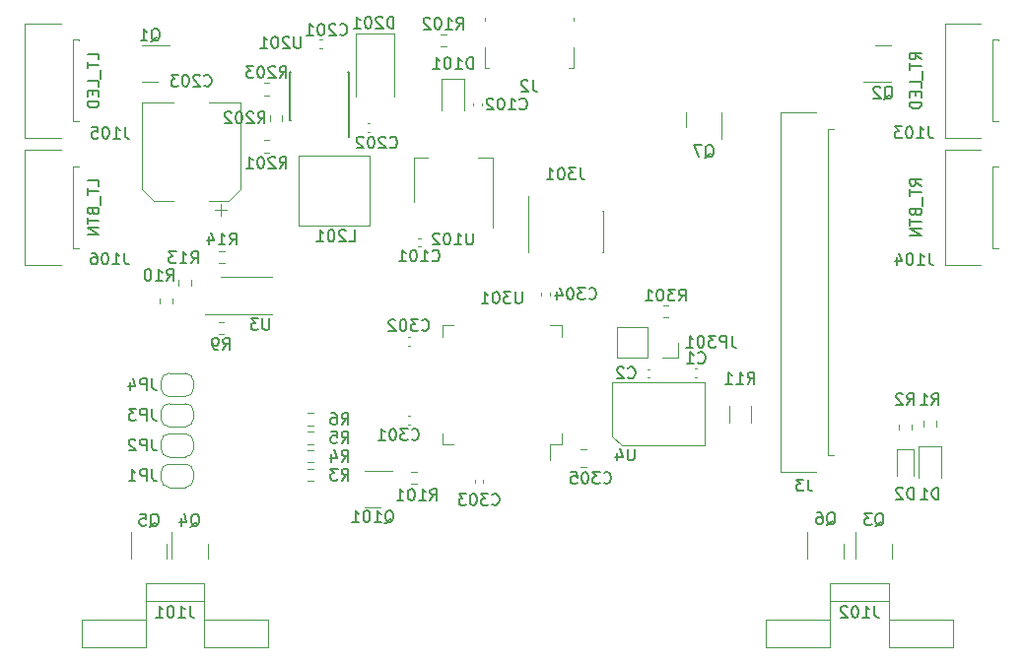
<source format=gbr>
%TF.GenerationSoftware,KiCad,Pcbnew,(6.0.2)*%
%TF.CreationDate,2022-04-06T15:05:21-04:00*%
%TF.ProjectId,SteeringHardware,53746565-7269-46e6-9748-617264776172,rev?*%
%TF.SameCoordinates,Original*%
%TF.FileFunction,Legend,Bot*%
%TF.FilePolarity,Positive*%
%FSLAX46Y46*%
G04 Gerber Fmt 4.6, Leading zero omitted, Abs format (unit mm)*
G04 Created by KiCad (PCBNEW (6.0.2)) date 2022-04-06 15:05:21*
%MOMM*%
%LPD*%
G01*
G04 APERTURE LIST*
%ADD10C,0.150000*%
%ADD11C,0.120000*%
G04 APERTURE END LIST*
D10*
%TO.C,R11*%
X195092857Y-96452380D02*
X195426190Y-95976190D01*
X195664285Y-96452380D02*
X195664285Y-95452380D01*
X195283333Y-95452380D01*
X195188095Y-95500000D01*
X195140476Y-95547619D01*
X195092857Y-95642857D01*
X195092857Y-95785714D01*
X195140476Y-95880952D01*
X195188095Y-95928571D01*
X195283333Y-95976190D01*
X195664285Y-95976190D01*
X194140476Y-96452380D02*
X194711904Y-96452380D01*
X194426190Y-96452380D02*
X194426190Y-95452380D01*
X194521428Y-95595238D01*
X194616666Y-95690476D01*
X194711904Y-95738095D01*
X193188095Y-96452380D02*
X193759523Y-96452380D01*
X193473809Y-96452380D02*
X193473809Y-95452380D01*
X193569047Y-95595238D01*
X193664285Y-95690476D01*
X193759523Y-95738095D01*
%TO.C,C1*%
X190841666Y-94632142D02*
X190889285Y-94679761D01*
X191032142Y-94727380D01*
X191127380Y-94727380D01*
X191270238Y-94679761D01*
X191365476Y-94584523D01*
X191413095Y-94489285D01*
X191460714Y-94298809D01*
X191460714Y-94155952D01*
X191413095Y-93965476D01*
X191365476Y-93870238D01*
X191270238Y-93775000D01*
X191127380Y-93727380D01*
X191032142Y-93727380D01*
X190889285Y-93775000D01*
X190841666Y-93822619D01*
X189889285Y-94727380D02*
X190460714Y-94727380D01*
X190175000Y-94727380D02*
X190175000Y-93727380D01*
X190270238Y-93870238D01*
X190365476Y-93965476D01*
X190460714Y-94013095D01*
%TO.C,C2*%
X184826666Y-95917142D02*
X184874285Y-95964761D01*
X185017142Y-96012380D01*
X185112380Y-96012380D01*
X185255238Y-95964761D01*
X185350476Y-95869523D01*
X185398095Y-95774285D01*
X185445714Y-95583809D01*
X185445714Y-95440952D01*
X185398095Y-95250476D01*
X185350476Y-95155238D01*
X185255238Y-95060000D01*
X185112380Y-95012380D01*
X185017142Y-95012380D01*
X184874285Y-95060000D01*
X184826666Y-95107619D01*
X184445714Y-95107619D02*
X184398095Y-95060000D01*
X184302857Y-95012380D01*
X184064761Y-95012380D01*
X183969523Y-95060000D01*
X183921904Y-95107619D01*
X183874285Y-95202857D01*
X183874285Y-95298095D01*
X183921904Y-95440952D01*
X184493333Y-96012380D01*
X183874285Y-96012380D01*
%TO.C,J2*%
X176633333Y-70352380D02*
X176633333Y-71066666D01*
X176680952Y-71209523D01*
X176776190Y-71304761D01*
X176919047Y-71352380D01*
X177014285Y-71352380D01*
X176204761Y-70447619D02*
X176157142Y-70400000D01*
X176061904Y-70352380D01*
X175823809Y-70352380D01*
X175728571Y-70400000D01*
X175680952Y-70447619D01*
X175633333Y-70542857D01*
X175633333Y-70638095D01*
X175680952Y-70780952D01*
X176252380Y-71352380D01*
X175633333Y-71352380D01*
%TO.C,J3*%
X200283333Y-104677380D02*
X200283333Y-105391666D01*
X200330952Y-105534523D01*
X200426190Y-105629761D01*
X200569047Y-105677380D01*
X200664285Y-105677380D01*
X199902380Y-104677380D02*
X199283333Y-104677380D01*
X199616666Y-105058333D01*
X199473809Y-105058333D01*
X199378571Y-105105952D01*
X199330952Y-105153571D01*
X199283333Y-105248809D01*
X199283333Y-105486904D01*
X199330952Y-105582142D01*
X199378571Y-105629761D01*
X199473809Y-105677380D01*
X199759523Y-105677380D01*
X199854761Y-105629761D01*
X199902380Y-105582142D01*
%TO.C,Q1*%
X143845238Y-67047619D02*
X143940476Y-67000000D01*
X144035714Y-66904761D01*
X144178571Y-66761904D01*
X144273809Y-66714285D01*
X144369047Y-66714285D01*
X144321428Y-66952380D02*
X144416666Y-66904761D01*
X144511904Y-66809523D01*
X144559523Y-66619047D01*
X144559523Y-66285714D01*
X144511904Y-66095238D01*
X144416666Y-66000000D01*
X144321428Y-65952380D01*
X144130952Y-65952380D01*
X144035714Y-66000000D01*
X143940476Y-66095238D01*
X143892857Y-66285714D01*
X143892857Y-66619047D01*
X143940476Y-66809523D01*
X144035714Y-66904761D01*
X144130952Y-66952380D01*
X144321428Y-66952380D01*
X142940476Y-66952380D02*
X143511904Y-66952380D01*
X143226190Y-66952380D02*
X143226190Y-65952380D01*
X143321428Y-66095238D01*
X143416666Y-66190476D01*
X143511904Y-66238095D01*
%TO.C,Q2*%
X206820238Y-71997619D02*
X206915476Y-71950000D01*
X207010714Y-71854761D01*
X207153571Y-71711904D01*
X207248809Y-71664285D01*
X207344047Y-71664285D01*
X207296428Y-71902380D02*
X207391666Y-71854761D01*
X207486904Y-71759523D01*
X207534523Y-71569047D01*
X207534523Y-71235714D01*
X207486904Y-71045238D01*
X207391666Y-70950000D01*
X207296428Y-70902380D01*
X207105952Y-70902380D01*
X207010714Y-70950000D01*
X206915476Y-71045238D01*
X206867857Y-71235714D01*
X206867857Y-71569047D01*
X206915476Y-71759523D01*
X207010714Y-71854761D01*
X207105952Y-71902380D01*
X207296428Y-71902380D01*
X206486904Y-70997619D02*
X206439285Y-70950000D01*
X206344047Y-70902380D01*
X206105952Y-70902380D01*
X206010714Y-70950000D01*
X205963095Y-70997619D01*
X205915476Y-71092857D01*
X205915476Y-71188095D01*
X205963095Y-71330952D01*
X206534523Y-71902380D01*
X205915476Y-71902380D01*
%TO.C,Q3*%
X206045238Y-108697619D02*
X206140476Y-108650000D01*
X206235714Y-108554761D01*
X206378571Y-108411904D01*
X206473809Y-108364285D01*
X206569047Y-108364285D01*
X206521428Y-108602380D02*
X206616666Y-108554761D01*
X206711904Y-108459523D01*
X206759523Y-108269047D01*
X206759523Y-107935714D01*
X206711904Y-107745238D01*
X206616666Y-107650000D01*
X206521428Y-107602380D01*
X206330952Y-107602380D01*
X206235714Y-107650000D01*
X206140476Y-107745238D01*
X206092857Y-107935714D01*
X206092857Y-108269047D01*
X206140476Y-108459523D01*
X206235714Y-108554761D01*
X206330952Y-108602380D01*
X206521428Y-108602380D01*
X205759523Y-107602380D02*
X205140476Y-107602380D01*
X205473809Y-107983333D01*
X205330952Y-107983333D01*
X205235714Y-108030952D01*
X205188095Y-108078571D01*
X205140476Y-108173809D01*
X205140476Y-108411904D01*
X205188095Y-108507142D01*
X205235714Y-108554761D01*
X205330952Y-108602380D01*
X205616666Y-108602380D01*
X205711904Y-108554761D01*
X205759523Y-108507142D01*
%TO.C,Q4*%
X147245238Y-108747619D02*
X147340476Y-108700000D01*
X147435714Y-108604761D01*
X147578571Y-108461904D01*
X147673809Y-108414285D01*
X147769047Y-108414285D01*
X147721428Y-108652380D02*
X147816666Y-108604761D01*
X147911904Y-108509523D01*
X147959523Y-108319047D01*
X147959523Y-107985714D01*
X147911904Y-107795238D01*
X147816666Y-107700000D01*
X147721428Y-107652380D01*
X147530952Y-107652380D01*
X147435714Y-107700000D01*
X147340476Y-107795238D01*
X147292857Y-107985714D01*
X147292857Y-108319047D01*
X147340476Y-108509523D01*
X147435714Y-108604761D01*
X147530952Y-108652380D01*
X147721428Y-108652380D01*
X146435714Y-107985714D02*
X146435714Y-108652380D01*
X146673809Y-107604761D02*
X146911904Y-108319047D01*
X146292857Y-108319047D01*
%TO.C,Q5*%
X143745238Y-108747619D02*
X143840476Y-108700000D01*
X143935714Y-108604761D01*
X144078571Y-108461904D01*
X144173809Y-108414285D01*
X144269047Y-108414285D01*
X144221428Y-108652380D02*
X144316666Y-108604761D01*
X144411904Y-108509523D01*
X144459523Y-108319047D01*
X144459523Y-107985714D01*
X144411904Y-107795238D01*
X144316666Y-107700000D01*
X144221428Y-107652380D01*
X144030952Y-107652380D01*
X143935714Y-107700000D01*
X143840476Y-107795238D01*
X143792857Y-107985714D01*
X143792857Y-108319047D01*
X143840476Y-108509523D01*
X143935714Y-108604761D01*
X144030952Y-108652380D01*
X144221428Y-108652380D01*
X142888095Y-107652380D02*
X143364285Y-107652380D01*
X143411904Y-108128571D01*
X143364285Y-108080952D01*
X143269047Y-108033333D01*
X143030952Y-108033333D01*
X142935714Y-108080952D01*
X142888095Y-108128571D01*
X142840476Y-108223809D01*
X142840476Y-108461904D01*
X142888095Y-108557142D01*
X142935714Y-108604761D01*
X143030952Y-108652380D01*
X143269047Y-108652380D01*
X143364285Y-108604761D01*
X143411904Y-108557142D01*
%TO.C,Q6*%
X201895238Y-108597619D02*
X201990476Y-108550000D01*
X202085714Y-108454761D01*
X202228571Y-108311904D01*
X202323809Y-108264285D01*
X202419047Y-108264285D01*
X202371428Y-108502380D02*
X202466666Y-108454761D01*
X202561904Y-108359523D01*
X202609523Y-108169047D01*
X202609523Y-107835714D01*
X202561904Y-107645238D01*
X202466666Y-107550000D01*
X202371428Y-107502380D01*
X202180952Y-107502380D01*
X202085714Y-107550000D01*
X201990476Y-107645238D01*
X201942857Y-107835714D01*
X201942857Y-108169047D01*
X201990476Y-108359523D01*
X202085714Y-108454761D01*
X202180952Y-108502380D01*
X202371428Y-108502380D01*
X201085714Y-107502380D02*
X201276190Y-107502380D01*
X201371428Y-107550000D01*
X201419047Y-107597619D01*
X201514285Y-107740476D01*
X201561904Y-107930952D01*
X201561904Y-108311904D01*
X201514285Y-108407142D01*
X201466666Y-108454761D01*
X201371428Y-108502380D01*
X201180952Y-108502380D01*
X201085714Y-108454761D01*
X201038095Y-108407142D01*
X200990476Y-108311904D01*
X200990476Y-108073809D01*
X201038095Y-107978571D01*
X201085714Y-107930952D01*
X201180952Y-107883333D01*
X201371428Y-107883333D01*
X201466666Y-107930952D01*
X201514285Y-107978571D01*
X201561904Y-108073809D01*
%TO.C,R1*%
X210916666Y-98277380D02*
X211250000Y-97801190D01*
X211488095Y-98277380D02*
X211488095Y-97277380D01*
X211107142Y-97277380D01*
X211011904Y-97325000D01*
X210964285Y-97372619D01*
X210916666Y-97467857D01*
X210916666Y-97610714D01*
X210964285Y-97705952D01*
X211011904Y-97753571D01*
X211107142Y-97801190D01*
X211488095Y-97801190D01*
X209964285Y-98277380D02*
X210535714Y-98277380D01*
X210250000Y-98277380D02*
X210250000Y-97277380D01*
X210345238Y-97420238D01*
X210440476Y-97515476D01*
X210535714Y-97563095D01*
%TO.C,R9*%
X150029166Y-93532380D02*
X150362500Y-93056190D01*
X150600595Y-93532380D02*
X150600595Y-92532380D01*
X150219642Y-92532380D01*
X150124404Y-92580000D01*
X150076785Y-92627619D01*
X150029166Y-92722857D01*
X150029166Y-92865714D01*
X150076785Y-92960952D01*
X150124404Y-93008571D01*
X150219642Y-93056190D01*
X150600595Y-93056190D01*
X149552976Y-93532380D02*
X149362500Y-93532380D01*
X149267261Y-93484761D01*
X149219642Y-93437142D01*
X149124404Y-93294285D01*
X149076785Y-93103809D01*
X149076785Y-92722857D01*
X149124404Y-92627619D01*
X149172023Y-92580000D01*
X149267261Y-92532380D01*
X149457738Y-92532380D01*
X149552976Y-92580000D01*
X149600595Y-92627619D01*
X149648214Y-92722857D01*
X149648214Y-92960952D01*
X149600595Y-93056190D01*
X149552976Y-93103809D01*
X149457738Y-93151428D01*
X149267261Y-93151428D01*
X149172023Y-93103809D01*
X149124404Y-93056190D01*
X149076785Y-92960952D01*
%TO.C,R10*%
X145192857Y-87602380D02*
X145526190Y-87126190D01*
X145764285Y-87602380D02*
X145764285Y-86602380D01*
X145383333Y-86602380D01*
X145288095Y-86650000D01*
X145240476Y-86697619D01*
X145192857Y-86792857D01*
X145192857Y-86935714D01*
X145240476Y-87030952D01*
X145288095Y-87078571D01*
X145383333Y-87126190D01*
X145764285Y-87126190D01*
X144240476Y-87602380D02*
X144811904Y-87602380D01*
X144526190Y-87602380D02*
X144526190Y-86602380D01*
X144621428Y-86745238D01*
X144716666Y-86840476D01*
X144811904Y-86888095D01*
X143621428Y-86602380D02*
X143526190Y-86602380D01*
X143430952Y-86650000D01*
X143383333Y-86697619D01*
X143335714Y-86792857D01*
X143288095Y-86983333D01*
X143288095Y-87221428D01*
X143335714Y-87411904D01*
X143383333Y-87507142D01*
X143430952Y-87554761D01*
X143526190Y-87602380D01*
X143621428Y-87602380D01*
X143716666Y-87554761D01*
X143764285Y-87507142D01*
X143811904Y-87411904D01*
X143859523Y-87221428D01*
X143859523Y-86983333D01*
X143811904Y-86792857D01*
X143764285Y-86697619D01*
X143716666Y-86650000D01*
X143621428Y-86602380D01*
%TO.C,R13*%
X147292857Y-86102380D02*
X147626190Y-85626190D01*
X147864285Y-86102380D02*
X147864285Y-85102380D01*
X147483333Y-85102380D01*
X147388095Y-85150000D01*
X147340476Y-85197619D01*
X147292857Y-85292857D01*
X147292857Y-85435714D01*
X147340476Y-85530952D01*
X147388095Y-85578571D01*
X147483333Y-85626190D01*
X147864285Y-85626190D01*
X146340476Y-86102380D02*
X146911904Y-86102380D01*
X146626190Y-86102380D02*
X146626190Y-85102380D01*
X146721428Y-85245238D01*
X146816666Y-85340476D01*
X146911904Y-85388095D01*
X146007142Y-85102380D02*
X145388095Y-85102380D01*
X145721428Y-85483333D01*
X145578571Y-85483333D01*
X145483333Y-85530952D01*
X145435714Y-85578571D01*
X145388095Y-85673809D01*
X145388095Y-85911904D01*
X145435714Y-86007142D01*
X145483333Y-86054761D01*
X145578571Y-86102380D01*
X145864285Y-86102380D01*
X145959523Y-86054761D01*
X146007142Y-86007142D01*
%TO.C,R14*%
X150592857Y-84502380D02*
X150926190Y-84026190D01*
X151164285Y-84502380D02*
X151164285Y-83502380D01*
X150783333Y-83502380D01*
X150688095Y-83550000D01*
X150640476Y-83597619D01*
X150592857Y-83692857D01*
X150592857Y-83835714D01*
X150640476Y-83930952D01*
X150688095Y-83978571D01*
X150783333Y-84026190D01*
X151164285Y-84026190D01*
X149640476Y-84502380D02*
X150211904Y-84502380D01*
X149926190Y-84502380D02*
X149926190Y-83502380D01*
X150021428Y-83645238D01*
X150116666Y-83740476D01*
X150211904Y-83788095D01*
X148783333Y-83835714D02*
X148783333Y-84502380D01*
X149021428Y-83454761D02*
X149259523Y-84169047D01*
X148640476Y-84169047D01*
%TO.C,U3*%
X154001904Y-90832380D02*
X154001904Y-91641904D01*
X153954285Y-91737142D01*
X153906666Y-91784761D01*
X153811428Y-91832380D01*
X153620952Y-91832380D01*
X153525714Y-91784761D01*
X153478095Y-91737142D01*
X153430476Y-91641904D01*
X153430476Y-90832380D01*
X153049523Y-90832380D02*
X152430476Y-90832380D01*
X152763809Y-91213333D01*
X152620952Y-91213333D01*
X152525714Y-91260952D01*
X152478095Y-91308571D01*
X152430476Y-91403809D01*
X152430476Y-91641904D01*
X152478095Y-91737142D01*
X152525714Y-91784761D01*
X152620952Y-91832380D01*
X152906666Y-91832380D01*
X153001904Y-91784761D01*
X153049523Y-91737142D01*
%TO.C,U4*%
X185361904Y-102052380D02*
X185361904Y-102861904D01*
X185314285Y-102957142D01*
X185266666Y-103004761D01*
X185171428Y-103052380D01*
X184980952Y-103052380D01*
X184885714Y-103004761D01*
X184838095Y-102957142D01*
X184790476Y-102861904D01*
X184790476Y-102052380D01*
X183885714Y-102385714D02*
X183885714Y-103052380D01*
X184123809Y-102004761D02*
X184361904Y-102719047D01*
X183742857Y-102719047D01*
%TO.C,D1*%
X211488095Y-106402380D02*
X211488095Y-105402380D01*
X211250000Y-105402380D01*
X211107142Y-105450000D01*
X211011904Y-105545238D01*
X210964285Y-105640476D01*
X210916666Y-105830952D01*
X210916666Y-105973809D01*
X210964285Y-106164285D01*
X211011904Y-106259523D01*
X211107142Y-106354761D01*
X211250000Y-106402380D01*
X211488095Y-106402380D01*
X209964285Y-106402380D02*
X210535714Y-106402380D01*
X210250000Y-106402380D02*
X210250000Y-105402380D01*
X210345238Y-105545238D01*
X210440476Y-105640476D01*
X210535714Y-105688095D01*
%TO.C,D2*%
X209363095Y-106377380D02*
X209363095Y-105377380D01*
X209125000Y-105377380D01*
X208982142Y-105425000D01*
X208886904Y-105520238D01*
X208839285Y-105615476D01*
X208791666Y-105805952D01*
X208791666Y-105948809D01*
X208839285Y-106139285D01*
X208886904Y-106234523D01*
X208982142Y-106329761D01*
X209125000Y-106377380D01*
X209363095Y-106377380D01*
X208410714Y-105472619D02*
X208363095Y-105425000D01*
X208267857Y-105377380D01*
X208029761Y-105377380D01*
X207934523Y-105425000D01*
X207886904Y-105472619D01*
X207839285Y-105567857D01*
X207839285Y-105663095D01*
X207886904Y-105805952D01*
X208458333Y-106377380D01*
X207839285Y-106377380D01*
%TO.C,R2*%
X208791666Y-98277380D02*
X209125000Y-97801190D01*
X209363095Y-98277380D02*
X209363095Y-97277380D01*
X208982142Y-97277380D01*
X208886904Y-97325000D01*
X208839285Y-97372619D01*
X208791666Y-97467857D01*
X208791666Y-97610714D01*
X208839285Y-97705952D01*
X208886904Y-97753571D01*
X208982142Y-97801190D01*
X209363095Y-97801190D01*
X208410714Y-97372619D02*
X208363095Y-97325000D01*
X208267857Y-97277380D01*
X208029761Y-97277380D01*
X207934523Y-97325000D01*
X207886904Y-97372619D01*
X207839285Y-97467857D01*
X207839285Y-97563095D01*
X207886904Y-97705952D01*
X208458333Y-98277380D01*
X207839285Y-98277380D01*
%TO.C,Q7*%
X191420238Y-77047619D02*
X191515476Y-77000000D01*
X191610714Y-76904761D01*
X191753571Y-76761904D01*
X191848809Y-76714285D01*
X191944047Y-76714285D01*
X191896428Y-76952380D02*
X191991666Y-76904761D01*
X192086904Y-76809523D01*
X192134523Y-76619047D01*
X192134523Y-76285714D01*
X192086904Y-76095238D01*
X191991666Y-76000000D01*
X191896428Y-75952380D01*
X191705952Y-75952380D01*
X191610714Y-76000000D01*
X191515476Y-76095238D01*
X191467857Y-76285714D01*
X191467857Y-76619047D01*
X191515476Y-76809523D01*
X191610714Y-76904761D01*
X191705952Y-76952380D01*
X191896428Y-76952380D01*
X191134523Y-75952380D02*
X190467857Y-75952380D01*
X190896428Y-76952380D01*
%TO.C,R6*%
X160216666Y-99952380D02*
X160550000Y-99476190D01*
X160788095Y-99952380D02*
X160788095Y-98952380D01*
X160407142Y-98952380D01*
X160311904Y-99000000D01*
X160264285Y-99047619D01*
X160216666Y-99142857D01*
X160216666Y-99285714D01*
X160264285Y-99380952D01*
X160311904Y-99428571D01*
X160407142Y-99476190D01*
X160788095Y-99476190D01*
X159359523Y-98952380D02*
X159550000Y-98952380D01*
X159645238Y-99000000D01*
X159692857Y-99047619D01*
X159788095Y-99190476D01*
X159835714Y-99380952D01*
X159835714Y-99761904D01*
X159788095Y-99857142D01*
X159740476Y-99904761D01*
X159645238Y-99952380D01*
X159454761Y-99952380D01*
X159359523Y-99904761D01*
X159311904Y-99857142D01*
X159264285Y-99761904D01*
X159264285Y-99523809D01*
X159311904Y-99428571D01*
X159359523Y-99380952D01*
X159454761Y-99333333D01*
X159645238Y-99333333D01*
X159740476Y-99380952D01*
X159788095Y-99428571D01*
X159835714Y-99523809D01*
%TO.C,C101*%
X167999047Y-85857142D02*
X168046666Y-85904761D01*
X168189523Y-85952380D01*
X168284761Y-85952380D01*
X168427619Y-85904761D01*
X168522857Y-85809523D01*
X168570476Y-85714285D01*
X168618095Y-85523809D01*
X168618095Y-85380952D01*
X168570476Y-85190476D01*
X168522857Y-85095238D01*
X168427619Y-85000000D01*
X168284761Y-84952380D01*
X168189523Y-84952380D01*
X168046666Y-85000000D01*
X167999047Y-85047619D01*
X167046666Y-85952380D02*
X167618095Y-85952380D01*
X167332380Y-85952380D02*
X167332380Y-84952380D01*
X167427619Y-85095238D01*
X167522857Y-85190476D01*
X167618095Y-85238095D01*
X166427619Y-84952380D02*
X166332380Y-84952380D01*
X166237142Y-85000000D01*
X166189523Y-85047619D01*
X166141904Y-85142857D01*
X166094285Y-85333333D01*
X166094285Y-85571428D01*
X166141904Y-85761904D01*
X166189523Y-85857142D01*
X166237142Y-85904761D01*
X166332380Y-85952380D01*
X166427619Y-85952380D01*
X166522857Y-85904761D01*
X166570476Y-85857142D01*
X166618095Y-85761904D01*
X166665714Y-85571428D01*
X166665714Y-85333333D01*
X166618095Y-85142857D01*
X166570476Y-85047619D01*
X166522857Y-85000000D01*
X166427619Y-84952380D01*
X165141904Y-85952380D02*
X165713333Y-85952380D01*
X165427619Y-85952380D02*
X165427619Y-84952380D01*
X165522857Y-85095238D01*
X165618095Y-85190476D01*
X165713333Y-85238095D01*
%TO.C,C305*%
X182744047Y-104932142D02*
X182791666Y-104979761D01*
X182934523Y-105027380D01*
X183029761Y-105027380D01*
X183172619Y-104979761D01*
X183267857Y-104884523D01*
X183315476Y-104789285D01*
X183363095Y-104598809D01*
X183363095Y-104455952D01*
X183315476Y-104265476D01*
X183267857Y-104170238D01*
X183172619Y-104075000D01*
X183029761Y-104027380D01*
X182934523Y-104027380D01*
X182791666Y-104075000D01*
X182744047Y-104122619D01*
X182410714Y-104027380D02*
X181791666Y-104027380D01*
X182125000Y-104408333D01*
X181982142Y-104408333D01*
X181886904Y-104455952D01*
X181839285Y-104503571D01*
X181791666Y-104598809D01*
X181791666Y-104836904D01*
X181839285Y-104932142D01*
X181886904Y-104979761D01*
X181982142Y-105027380D01*
X182267857Y-105027380D01*
X182363095Y-104979761D01*
X182410714Y-104932142D01*
X181172619Y-104027380D02*
X181077380Y-104027380D01*
X180982142Y-104075000D01*
X180934523Y-104122619D01*
X180886904Y-104217857D01*
X180839285Y-104408333D01*
X180839285Y-104646428D01*
X180886904Y-104836904D01*
X180934523Y-104932142D01*
X180982142Y-104979761D01*
X181077380Y-105027380D01*
X181172619Y-105027380D01*
X181267857Y-104979761D01*
X181315476Y-104932142D01*
X181363095Y-104836904D01*
X181410714Y-104646428D01*
X181410714Y-104408333D01*
X181363095Y-104217857D01*
X181315476Y-104122619D01*
X181267857Y-104075000D01*
X181172619Y-104027380D01*
X179934523Y-104027380D02*
X180410714Y-104027380D01*
X180458333Y-104503571D01*
X180410714Y-104455952D01*
X180315476Y-104408333D01*
X180077380Y-104408333D01*
X179982142Y-104455952D01*
X179934523Y-104503571D01*
X179886904Y-104598809D01*
X179886904Y-104836904D01*
X179934523Y-104932142D01*
X179982142Y-104979761D01*
X180077380Y-105027380D01*
X180315476Y-105027380D01*
X180410714Y-104979761D01*
X180458333Y-104932142D01*
%TO.C,C302*%
X167119047Y-91832142D02*
X167166666Y-91879761D01*
X167309523Y-91927380D01*
X167404761Y-91927380D01*
X167547619Y-91879761D01*
X167642857Y-91784523D01*
X167690476Y-91689285D01*
X167738095Y-91498809D01*
X167738095Y-91355952D01*
X167690476Y-91165476D01*
X167642857Y-91070238D01*
X167547619Y-90975000D01*
X167404761Y-90927380D01*
X167309523Y-90927380D01*
X167166666Y-90975000D01*
X167119047Y-91022619D01*
X166785714Y-90927380D02*
X166166666Y-90927380D01*
X166500000Y-91308333D01*
X166357142Y-91308333D01*
X166261904Y-91355952D01*
X166214285Y-91403571D01*
X166166666Y-91498809D01*
X166166666Y-91736904D01*
X166214285Y-91832142D01*
X166261904Y-91879761D01*
X166357142Y-91927380D01*
X166642857Y-91927380D01*
X166738095Y-91879761D01*
X166785714Y-91832142D01*
X165547619Y-90927380D02*
X165452380Y-90927380D01*
X165357142Y-90975000D01*
X165309523Y-91022619D01*
X165261904Y-91117857D01*
X165214285Y-91308333D01*
X165214285Y-91546428D01*
X165261904Y-91736904D01*
X165309523Y-91832142D01*
X165357142Y-91879761D01*
X165452380Y-91927380D01*
X165547619Y-91927380D01*
X165642857Y-91879761D01*
X165690476Y-91832142D01*
X165738095Y-91736904D01*
X165785714Y-91546428D01*
X165785714Y-91308333D01*
X165738095Y-91117857D01*
X165690476Y-91022619D01*
X165642857Y-90975000D01*
X165547619Y-90927380D01*
X164833333Y-91022619D02*
X164785714Y-90975000D01*
X164690476Y-90927380D01*
X164452380Y-90927380D01*
X164357142Y-90975000D01*
X164309523Y-91022619D01*
X164261904Y-91117857D01*
X164261904Y-91213095D01*
X164309523Y-91355952D01*
X164880952Y-91927380D01*
X164261904Y-91927380D01*
%TO.C,U301*%
X175714285Y-88552380D02*
X175714285Y-89361904D01*
X175666666Y-89457142D01*
X175619047Y-89504761D01*
X175523809Y-89552380D01*
X175333333Y-89552380D01*
X175238095Y-89504761D01*
X175190476Y-89457142D01*
X175142857Y-89361904D01*
X175142857Y-88552380D01*
X174761904Y-88552380D02*
X174142857Y-88552380D01*
X174476190Y-88933333D01*
X174333333Y-88933333D01*
X174238095Y-88980952D01*
X174190476Y-89028571D01*
X174142857Y-89123809D01*
X174142857Y-89361904D01*
X174190476Y-89457142D01*
X174238095Y-89504761D01*
X174333333Y-89552380D01*
X174619047Y-89552380D01*
X174714285Y-89504761D01*
X174761904Y-89457142D01*
X173523809Y-88552380D02*
X173428571Y-88552380D01*
X173333333Y-88600000D01*
X173285714Y-88647619D01*
X173238095Y-88742857D01*
X173190476Y-88933333D01*
X173190476Y-89171428D01*
X173238095Y-89361904D01*
X173285714Y-89457142D01*
X173333333Y-89504761D01*
X173428571Y-89552380D01*
X173523809Y-89552380D01*
X173619047Y-89504761D01*
X173666666Y-89457142D01*
X173714285Y-89361904D01*
X173761904Y-89171428D01*
X173761904Y-88933333D01*
X173714285Y-88742857D01*
X173666666Y-88647619D01*
X173619047Y-88600000D01*
X173523809Y-88552380D01*
X172238095Y-89552380D02*
X172809523Y-89552380D01*
X172523809Y-89552380D02*
X172523809Y-88552380D01*
X172619047Y-88695238D01*
X172714285Y-88790476D01*
X172809523Y-88838095D01*
%TO.C,R301*%
X189194047Y-89327380D02*
X189527380Y-88851190D01*
X189765476Y-89327380D02*
X189765476Y-88327380D01*
X189384523Y-88327380D01*
X189289285Y-88375000D01*
X189241666Y-88422619D01*
X189194047Y-88517857D01*
X189194047Y-88660714D01*
X189241666Y-88755952D01*
X189289285Y-88803571D01*
X189384523Y-88851190D01*
X189765476Y-88851190D01*
X188860714Y-88327380D02*
X188241666Y-88327380D01*
X188575000Y-88708333D01*
X188432142Y-88708333D01*
X188336904Y-88755952D01*
X188289285Y-88803571D01*
X188241666Y-88898809D01*
X188241666Y-89136904D01*
X188289285Y-89232142D01*
X188336904Y-89279761D01*
X188432142Y-89327380D01*
X188717857Y-89327380D01*
X188813095Y-89279761D01*
X188860714Y-89232142D01*
X187622619Y-88327380D02*
X187527380Y-88327380D01*
X187432142Y-88375000D01*
X187384523Y-88422619D01*
X187336904Y-88517857D01*
X187289285Y-88708333D01*
X187289285Y-88946428D01*
X187336904Y-89136904D01*
X187384523Y-89232142D01*
X187432142Y-89279761D01*
X187527380Y-89327380D01*
X187622619Y-89327380D01*
X187717857Y-89279761D01*
X187765476Y-89232142D01*
X187813095Y-89136904D01*
X187860714Y-88946428D01*
X187860714Y-88708333D01*
X187813095Y-88517857D01*
X187765476Y-88422619D01*
X187717857Y-88375000D01*
X187622619Y-88327380D01*
X186336904Y-89327380D02*
X186908333Y-89327380D01*
X186622619Y-89327380D02*
X186622619Y-88327380D01*
X186717857Y-88470238D01*
X186813095Y-88565476D01*
X186908333Y-88613095D01*
%TO.C,R3*%
X160216666Y-104752380D02*
X160550000Y-104276190D01*
X160788095Y-104752380D02*
X160788095Y-103752380D01*
X160407142Y-103752380D01*
X160311904Y-103800000D01*
X160264285Y-103847619D01*
X160216666Y-103942857D01*
X160216666Y-104085714D01*
X160264285Y-104180952D01*
X160311904Y-104228571D01*
X160407142Y-104276190D01*
X160788095Y-104276190D01*
X159883333Y-103752380D02*
X159264285Y-103752380D01*
X159597619Y-104133333D01*
X159454761Y-104133333D01*
X159359523Y-104180952D01*
X159311904Y-104228571D01*
X159264285Y-104323809D01*
X159264285Y-104561904D01*
X159311904Y-104657142D01*
X159359523Y-104704761D01*
X159454761Y-104752380D01*
X159740476Y-104752380D01*
X159835714Y-104704761D01*
X159883333Y-104657142D01*
%TO.C,JP301*%
X193735714Y-92327380D02*
X193735714Y-93041666D01*
X193783333Y-93184523D01*
X193878571Y-93279761D01*
X194021428Y-93327380D01*
X194116666Y-93327380D01*
X193259523Y-93327380D02*
X193259523Y-92327380D01*
X192878571Y-92327380D01*
X192783333Y-92375000D01*
X192735714Y-92422619D01*
X192688095Y-92517857D01*
X192688095Y-92660714D01*
X192735714Y-92755952D01*
X192783333Y-92803571D01*
X192878571Y-92851190D01*
X193259523Y-92851190D01*
X192354761Y-92327380D02*
X191735714Y-92327380D01*
X192069047Y-92708333D01*
X191926190Y-92708333D01*
X191830952Y-92755952D01*
X191783333Y-92803571D01*
X191735714Y-92898809D01*
X191735714Y-93136904D01*
X191783333Y-93232142D01*
X191830952Y-93279761D01*
X191926190Y-93327380D01*
X192211904Y-93327380D01*
X192307142Y-93279761D01*
X192354761Y-93232142D01*
X191116666Y-92327380D02*
X191021428Y-92327380D01*
X190926190Y-92375000D01*
X190878571Y-92422619D01*
X190830952Y-92517857D01*
X190783333Y-92708333D01*
X190783333Y-92946428D01*
X190830952Y-93136904D01*
X190878571Y-93232142D01*
X190926190Y-93279761D01*
X191021428Y-93327380D01*
X191116666Y-93327380D01*
X191211904Y-93279761D01*
X191259523Y-93232142D01*
X191307142Y-93136904D01*
X191354761Y-92946428D01*
X191354761Y-92708333D01*
X191307142Y-92517857D01*
X191259523Y-92422619D01*
X191211904Y-92375000D01*
X191116666Y-92327380D01*
X189830952Y-93327380D02*
X190402380Y-93327380D01*
X190116666Y-93327380D02*
X190116666Y-92327380D01*
X190211904Y-92470238D01*
X190307142Y-92565476D01*
X190402380Y-92613095D01*
%TO.C,JP1*%
X143933333Y-103802380D02*
X143933333Y-104516666D01*
X143980952Y-104659523D01*
X144076190Y-104754761D01*
X144219047Y-104802380D01*
X144314285Y-104802380D01*
X143457142Y-104802380D02*
X143457142Y-103802380D01*
X143076190Y-103802380D01*
X142980952Y-103850000D01*
X142933333Y-103897619D01*
X142885714Y-103992857D01*
X142885714Y-104135714D01*
X142933333Y-104230952D01*
X142980952Y-104278571D01*
X143076190Y-104326190D01*
X143457142Y-104326190D01*
X141933333Y-104802380D02*
X142504761Y-104802380D01*
X142219047Y-104802380D02*
X142219047Y-103802380D01*
X142314285Y-103945238D01*
X142409523Y-104040476D01*
X142504761Y-104088095D01*
%TO.C,C301*%
X166239047Y-101217142D02*
X166286666Y-101264761D01*
X166429523Y-101312380D01*
X166524761Y-101312380D01*
X166667619Y-101264761D01*
X166762857Y-101169523D01*
X166810476Y-101074285D01*
X166858095Y-100883809D01*
X166858095Y-100740952D01*
X166810476Y-100550476D01*
X166762857Y-100455238D01*
X166667619Y-100360000D01*
X166524761Y-100312380D01*
X166429523Y-100312380D01*
X166286666Y-100360000D01*
X166239047Y-100407619D01*
X165905714Y-100312380D02*
X165286666Y-100312380D01*
X165620000Y-100693333D01*
X165477142Y-100693333D01*
X165381904Y-100740952D01*
X165334285Y-100788571D01*
X165286666Y-100883809D01*
X165286666Y-101121904D01*
X165334285Y-101217142D01*
X165381904Y-101264761D01*
X165477142Y-101312380D01*
X165762857Y-101312380D01*
X165858095Y-101264761D01*
X165905714Y-101217142D01*
X164667619Y-100312380D02*
X164572380Y-100312380D01*
X164477142Y-100360000D01*
X164429523Y-100407619D01*
X164381904Y-100502857D01*
X164334285Y-100693333D01*
X164334285Y-100931428D01*
X164381904Y-101121904D01*
X164429523Y-101217142D01*
X164477142Y-101264761D01*
X164572380Y-101312380D01*
X164667619Y-101312380D01*
X164762857Y-101264761D01*
X164810476Y-101217142D01*
X164858095Y-101121904D01*
X164905714Y-100931428D01*
X164905714Y-100693333D01*
X164858095Y-100502857D01*
X164810476Y-100407619D01*
X164762857Y-100360000D01*
X164667619Y-100312380D01*
X163381904Y-101312380D02*
X163953333Y-101312380D01*
X163667619Y-101312380D02*
X163667619Y-100312380D01*
X163762857Y-100455238D01*
X163858095Y-100550476D01*
X163953333Y-100598095D01*
%TO.C,U102*%
X171514285Y-83502380D02*
X171514285Y-84311904D01*
X171466666Y-84407142D01*
X171419047Y-84454761D01*
X171323809Y-84502380D01*
X171133333Y-84502380D01*
X171038095Y-84454761D01*
X170990476Y-84407142D01*
X170942857Y-84311904D01*
X170942857Y-83502380D01*
X169942857Y-84502380D02*
X170514285Y-84502380D01*
X170228571Y-84502380D02*
X170228571Y-83502380D01*
X170323809Y-83645238D01*
X170419047Y-83740476D01*
X170514285Y-83788095D01*
X169323809Y-83502380D02*
X169228571Y-83502380D01*
X169133333Y-83550000D01*
X169085714Y-83597619D01*
X169038095Y-83692857D01*
X168990476Y-83883333D01*
X168990476Y-84121428D01*
X169038095Y-84311904D01*
X169085714Y-84407142D01*
X169133333Y-84454761D01*
X169228571Y-84502380D01*
X169323809Y-84502380D01*
X169419047Y-84454761D01*
X169466666Y-84407142D01*
X169514285Y-84311904D01*
X169561904Y-84121428D01*
X169561904Y-83883333D01*
X169514285Y-83692857D01*
X169466666Y-83597619D01*
X169419047Y-83550000D01*
X169323809Y-83502380D01*
X168609523Y-83597619D02*
X168561904Y-83550000D01*
X168466666Y-83502380D01*
X168228571Y-83502380D01*
X168133333Y-83550000D01*
X168085714Y-83597619D01*
X168038095Y-83692857D01*
X168038095Y-83788095D01*
X168085714Y-83930952D01*
X168657142Y-84502380D01*
X168038095Y-84502380D01*
%TO.C,C304*%
X181469047Y-89107142D02*
X181516666Y-89154761D01*
X181659523Y-89202380D01*
X181754761Y-89202380D01*
X181897619Y-89154761D01*
X181992857Y-89059523D01*
X182040476Y-88964285D01*
X182088095Y-88773809D01*
X182088095Y-88630952D01*
X182040476Y-88440476D01*
X181992857Y-88345238D01*
X181897619Y-88250000D01*
X181754761Y-88202380D01*
X181659523Y-88202380D01*
X181516666Y-88250000D01*
X181469047Y-88297619D01*
X181135714Y-88202380D02*
X180516666Y-88202380D01*
X180850000Y-88583333D01*
X180707142Y-88583333D01*
X180611904Y-88630952D01*
X180564285Y-88678571D01*
X180516666Y-88773809D01*
X180516666Y-89011904D01*
X180564285Y-89107142D01*
X180611904Y-89154761D01*
X180707142Y-89202380D01*
X180992857Y-89202380D01*
X181088095Y-89154761D01*
X181135714Y-89107142D01*
X179897619Y-88202380D02*
X179802380Y-88202380D01*
X179707142Y-88250000D01*
X179659523Y-88297619D01*
X179611904Y-88392857D01*
X179564285Y-88583333D01*
X179564285Y-88821428D01*
X179611904Y-89011904D01*
X179659523Y-89107142D01*
X179707142Y-89154761D01*
X179802380Y-89202380D01*
X179897619Y-89202380D01*
X179992857Y-89154761D01*
X180040476Y-89107142D01*
X180088095Y-89011904D01*
X180135714Y-88821428D01*
X180135714Y-88583333D01*
X180088095Y-88392857D01*
X180040476Y-88297619D01*
X179992857Y-88250000D01*
X179897619Y-88202380D01*
X178707142Y-88535714D02*
X178707142Y-89202380D01*
X178945238Y-88154761D02*
X179183333Y-88869047D01*
X178564285Y-88869047D01*
%TO.C,R201*%
X154894047Y-77932380D02*
X155227380Y-77456190D01*
X155465476Y-77932380D02*
X155465476Y-76932380D01*
X155084523Y-76932380D01*
X154989285Y-76980000D01*
X154941666Y-77027619D01*
X154894047Y-77122857D01*
X154894047Y-77265714D01*
X154941666Y-77360952D01*
X154989285Y-77408571D01*
X155084523Y-77456190D01*
X155465476Y-77456190D01*
X154513095Y-77027619D02*
X154465476Y-76980000D01*
X154370238Y-76932380D01*
X154132142Y-76932380D01*
X154036904Y-76980000D01*
X153989285Y-77027619D01*
X153941666Y-77122857D01*
X153941666Y-77218095D01*
X153989285Y-77360952D01*
X154560714Y-77932380D01*
X153941666Y-77932380D01*
X153322619Y-76932380D02*
X153227380Y-76932380D01*
X153132142Y-76980000D01*
X153084523Y-77027619D01*
X153036904Y-77122857D01*
X152989285Y-77313333D01*
X152989285Y-77551428D01*
X153036904Y-77741904D01*
X153084523Y-77837142D01*
X153132142Y-77884761D01*
X153227380Y-77932380D01*
X153322619Y-77932380D01*
X153417857Y-77884761D01*
X153465476Y-77837142D01*
X153513095Y-77741904D01*
X153560714Y-77551428D01*
X153560714Y-77313333D01*
X153513095Y-77122857D01*
X153465476Y-77027619D01*
X153417857Y-76980000D01*
X153322619Y-76932380D01*
X152036904Y-77932380D02*
X152608333Y-77932380D01*
X152322619Y-77932380D02*
X152322619Y-76932380D01*
X152417857Y-77075238D01*
X152513095Y-77170476D01*
X152608333Y-77218095D01*
%TO.C,R102*%
X170094047Y-65972380D02*
X170427380Y-65496190D01*
X170665476Y-65972380D02*
X170665476Y-64972380D01*
X170284523Y-64972380D01*
X170189285Y-65020000D01*
X170141666Y-65067619D01*
X170094047Y-65162857D01*
X170094047Y-65305714D01*
X170141666Y-65400952D01*
X170189285Y-65448571D01*
X170284523Y-65496190D01*
X170665476Y-65496190D01*
X169141666Y-65972380D02*
X169713095Y-65972380D01*
X169427380Y-65972380D02*
X169427380Y-64972380D01*
X169522619Y-65115238D01*
X169617857Y-65210476D01*
X169713095Y-65258095D01*
X168522619Y-64972380D02*
X168427380Y-64972380D01*
X168332142Y-65020000D01*
X168284523Y-65067619D01*
X168236904Y-65162857D01*
X168189285Y-65353333D01*
X168189285Y-65591428D01*
X168236904Y-65781904D01*
X168284523Y-65877142D01*
X168332142Y-65924761D01*
X168427380Y-65972380D01*
X168522619Y-65972380D01*
X168617857Y-65924761D01*
X168665476Y-65877142D01*
X168713095Y-65781904D01*
X168760714Y-65591428D01*
X168760714Y-65353333D01*
X168713095Y-65162857D01*
X168665476Y-65067619D01*
X168617857Y-65020000D01*
X168522619Y-64972380D01*
X167808333Y-65067619D02*
X167760714Y-65020000D01*
X167665476Y-64972380D01*
X167427380Y-64972380D01*
X167332142Y-65020000D01*
X167284523Y-65067619D01*
X167236904Y-65162857D01*
X167236904Y-65258095D01*
X167284523Y-65400952D01*
X167855952Y-65972380D01*
X167236904Y-65972380D01*
%TO.C,JP2*%
X143933333Y-101202380D02*
X143933333Y-101916666D01*
X143980952Y-102059523D01*
X144076190Y-102154761D01*
X144219047Y-102202380D01*
X144314285Y-102202380D01*
X143457142Y-102202380D02*
X143457142Y-101202380D01*
X143076190Y-101202380D01*
X142980952Y-101250000D01*
X142933333Y-101297619D01*
X142885714Y-101392857D01*
X142885714Y-101535714D01*
X142933333Y-101630952D01*
X142980952Y-101678571D01*
X143076190Y-101726190D01*
X143457142Y-101726190D01*
X142504761Y-101297619D02*
X142457142Y-101250000D01*
X142361904Y-101202380D01*
X142123809Y-101202380D01*
X142028571Y-101250000D01*
X141980952Y-101297619D01*
X141933333Y-101392857D01*
X141933333Y-101488095D01*
X141980952Y-101630952D01*
X142552380Y-102202380D01*
X141933333Y-102202380D01*
%TO.C,R202*%
X153019047Y-74077380D02*
X153352380Y-73601190D01*
X153590476Y-74077380D02*
X153590476Y-73077380D01*
X153209523Y-73077380D01*
X153114285Y-73125000D01*
X153066666Y-73172619D01*
X153019047Y-73267857D01*
X153019047Y-73410714D01*
X153066666Y-73505952D01*
X153114285Y-73553571D01*
X153209523Y-73601190D01*
X153590476Y-73601190D01*
X152638095Y-73172619D02*
X152590476Y-73125000D01*
X152495238Y-73077380D01*
X152257142Y-73077380D01*
X152161904Y-73125000D01*
X152114285Y-73172619D01*
X152066666Y-73267857D01*
X152066666Y-73363095D01*
X152114285Y-73505952D01*
X152685714Y-74077380D01*
X152066666Y-74077380D01*
X151447619Y-73077380D02*
X151352380Y-73077380D01*
X151257142Y-73125000D01*
X151209523Y-73172619D01*
X151161904Y-73267857D01*
X151114285Y-73458333D01*
X151114285Y-73696428D01*
X151161904Y-73886904D01*
X151209523Y-73982142D01*
X151257142Y-74029761D01*
X151352380Y-74077380D01*
X151447619Y-74077380D01*
X151542857Y-74029761D01*
X151590476Y-73982142D01*
X151638095Y-73886904D01*
X151685714Y-73696428D01*
X151685714Y-73458333D01*
X151638095Y-73267857D01*
X151590476Y-73172619D01*
X151542857Y-73125000D01*
X151447619Y-73077380D01*
X150733333Y-73172619D02*
X150685714Y-73125000D01*
X150590476Y-73077380D01*
X150352380Y-73077380D01*
X150257142Y-73125000D01*
X150209523Y-73172619D01*
X150161904Y-73267857D01*
X150161904Y-73363095D01*
X150209523Y-73505952D01*
X150780952Y-74077380D01*
X150161904Y-74077380D01*
%TO.C,J102*%
X205985714Y-115552380D02*
X205985714Y-116266666D01*
X206033333Y-116409523D01*
X206128571Y-116504761D01*
X206271428Y-116552380D01*
X206366666Y-116552380D01*
X204985714Y-116552380D02*
X205557142Y-116552380D01*
X205271428Y-116552380D02*
X205271428Y-115552380D01*
X205366666Y-115695238D01*
X205461904Y-115790476D01*
X205557142Y-115838095D01*
X204366666Y-115552380D02*
X204271428Y-115552380D01*
X204176190Y-115600000D01*
X204128571Y-115647619D01*
X204080952Y-115742857D01*
X204033333Y-115933333D01*
X204033333Y-116171428D01*
X204080952Y-116361904D01*
X204128571Y-116457142D01*
X204176190Y-116504761D01*
X204271428Y-116552380D01*
X204366666Y-116552380D01*
X204461904Y-116504761D01*
X204509523Y-116457142D01*
X204557142Y-116361904D01*
X204604761Y-116171428D01*
X204604761Y-115933333D01*
X204557142Y-115742857D01*
X204509523Y-115647619D01*
X204461904Y-115600000D01*
X204366666Y-115552380D01*
X203652380Y-115647619D02*
X203604761Y-115600000D01*
X203509523Y-115552380D01*
X203271428Y-115552380D01*
X203176190Y-115600000D01*
X203128571Y-115647619D01*
X203080952Y-115742857D01*
X203080952Y-115838095D01*
X203128571Y-115980952D01*
X203700000Y-116552380D01*
X203080952Y-116552380D01*
%TO.C,J101*%
X147185714Y-115552380D02*
X147185714Y-116266666D01*
X147233333Y-116409523D01*
X147328571Y-116504761D01*
X147471428Y-116552380D01*
X147566666Y-116552380D01*
X146185714Y-116552380D02*
X146757142Y-116552380D01*
X146471428Y-116552380D02*
X146471428Y-115552380D01*
X146566666Y-115695238D01*
X146661904Y-115790476D01*
X146757142Y-115838095D01*
X145566666Y-115552380D02*
X145471428Y-115552380D01*
X145376190Y-115600000D01*
X145328571Y-115647619D01*
X145280952Y-115742857D01*
X145233333Y-115933333D01*
X145233333Y-116171428D01*
X145280952Y-116361904D01*
X145328571Y-116457142D01*
X145376190Y-116504761D01*
X145471428Y-116552380D01*
X145566666Y-116552380D01*
X145661904Y-116504761D01*
X145709523Y-116457142D01*
X145757142Y-116361904D01*
X145804761Y-116171428D01*
X145804761Y-115933333D01*
X145757142Y-115742857D01*
X145709523Y-115647619D01*
X145661904Y-115600000D01*
X145566666Y-115552380D01*
X144280952Y-116552380D02*
X144852380Y-116552380D01*
X144566666Y-116552380D02*
X144566666Y-115552380D01*
X144661904Y-115695238D01*
X144757142Y-115790476D01*
X144852380Y-115838095D01*
%TO.C,U201*%
X156714285Y-66602380D02*
X156714285Y-67411904D01*
X156666666Y-67507142D01*
X156619047Y-67554761D01*
X156523809Y-67602380D01*
X156333333Y-67602380D01*
X156238095Y-67554761D01*
X156190476Y-67507142D01*
X156142857Y-67411904D01*
X156142857Y-66602380D01*
X155714285Y-66697619D02*
X155666666Y-66650000D01*
X155571428Y-66602380D01*
X155333333Y-66602380D01*
X155238095Y-66650000D01*
X155190476Y-66697619D01*
X155142857Y-66792857D01*
X155142857Y-66888095D01*
X155190476Y-67030952D01*
X155761904Y-67602380D01*
X155142857Y-67602380D01*
X154523809Y-66602380D02*
X154428571Y-66602380D01*
X154333333Y-66650000D01*
X154285714Y-66697619D01*
X154238095Y-66792857D01*
X154190476Y-66983333D01*
X154190476Y-67221428D01*
X154238095Y-67411904D01*
X154285714Y-67507142D01*
X154333333Y-67554761D01*
X154428571Y-67602380D01*
X154523809Y-67602380D01*
X154619047Y-67554761D01*
X154666666Y-67507142D01*
X154714285Y-67411904D01*
X154761904Y-67221428D01*
X154761904Y-66983333D01*
X154714285Y-66792857D01*
X154666666Y-66697619D01*
X154619047Y-66650000D01*
X154523809Y-66602380D01*
X153238095Y-67602380D02*
X153809523Y-67602380D01*
X153523809Y-67602380D02*
X153523809Y-66602380D01*
X153619047Y-66745238D01*
X153714285Y-66840476D01*
X153809523Y-66888095D01*
%TO.C,C201*%
X160069047Y-66407142D02*
X160116666Y-66454761D01*
X160259523Y-66502380D01*
X160354761Y-66502380D01*
X160497619Y-66454761D01*
X160592857Y-66359523D01*
X160640476Y-66264285D01*
X160688095Y-66073809D01*
X160688095Y-65930952D01*
X160640476Y-65740476D01*
X160592857Y-65645238D01*
X160497619Y-65550000D01*
X160354761Y-65502380D01*
X160259523Y-65502380D01*
X160116666Y-65550000D01*
X160069047Y-65597619D01*
X159688095Y-65597619D02*
X159640476Y-65550000D01*
X159545238Y-65502380D01*
X159307142Y-65502380D01*
X159211904Y-65550000D01*
X159164285Y-65597619D01*
X159116666Y-65692857D01*
X159116666Y-65788095D01*
X159164285Y-65930952D01*
X159735714Y-66502380D01*
X159116666Y-66502380D01*
X158497619Y-65502380D02*
X158402380Y-65502380D01*
X158307142Y-65550000D01*
X158259523Y-65597619D01*
X158211904Y-65692857D01*
X158164285Y-65883333D01*
X158164285Y-66121428D01*
X158211904Y-66311904D01*
X158259523Y-66407142D01*
X158307142Y-66454761D01*
X158402380Y-66502380D01*
X158497619Y-66502380D01*
X158592857Y-66454761D01*
X158640476Y-66407142D01*
X158688095Y-66311904D01*
X158735714Y-66121428D01*
X158735714Y-65883333D01*
X158688095Y-65692857D01*
X158640476Y-65597619D01*
X158592857Y-65550000D01*
X158497619Y-65502380D01*
X157211904Y-66502380D02*
X157783333Y-66502380D01*
X157497619Y-66502380D02*
X157497619Y-65502380D01*
X157592857Y-65645238D01*
X157688095Y-65740476D01*
X157783333Y-65788095D01*
%TO.C,D101*%
X171490476Y-69402380D02*
X171490476Y-68402380D01*
X171252380Y-68402380D01*
X171109523Y-68450000D01*
X171014285Y-68545238D01*
X170966666Y-68640476D01*
X170919047Y-68830952D01*
X170919047Y-68973809D01*
X170966666Y-69164285D01*
X171014285Y-69259523D01*
X171109523Y-69354761D01*
X171252380Y-69402380D01*
X171490476Y-69402380D01*
X169966666Y-69402380D02*
X170538095Y-69402380D01*
X170252380Y-69402380D02*
X170252380Y-68402380D01*
X170347619Y-68545238D01*
X170442857Y-68640476D01*
X170538095Y-68688095D01*
X169347619Y-68402380D02*
X169252380Y-68402380D01*
X169157142Y-68450000D01*
X169109523Y-68497619D01*
X169061904Y-68592857D01*
X169014285Y-68783333D01*
X169014285Y-69021428D01*
X169061904Y-69211904D01*
X169109523Y-69307142D01*
X169157142Y-69354761D01*
X169252380Y-69402380D01*
X169347619Y-69402380D01*
X169442857Y-69354761D01*
X169490476Y-69307142D01*
X169538095Y-69211904D01*
X169585714Y-69021428D01*
X169585714Y-68783333D01*
X169538095Y-68592857D01*
X169490476Y-68497619D01*
X169442857Y-68450000D01*
X169347619Y-68402380D01*
X168061904Y-69402380D02*
X168633333Y-69402380D01*
X168347619Y-69402380D02*
X168347619Y-68402380D01*
X168442857Y-68545238D01*
X168538095Y-68640476D01*
X168633333Y-68688095D01*
%TO.C,R101*%
X167819047Y-106477380D02*
X168152380Y-106001190D01*
X168390476Y-106477380D02*
X168390476Y-105477380D01*
X168009523Y-105477380D01*
X167914285Y-105525000D01*
X167866666Y-105572619D01*
X167819047Y-105667857D01*
X167819047Y-105810714D01*
X167866666Y-105905952D01*
X167914285Y-105953571D01*
X168009523Y-106001190D01*
X168390476Y-106001190D01*
X166866666Y-106477380D02*
X167438095Y-106477380D01*
X167152380Y-106477380D02*
X167152380Y-105477380D01*
X167247619Y-105620238D01*
X167342857Y-105715476D01*
X167438095Y-105763095D01*
X166247619Y-105477380D02*
X166152380Y-105477380D01*
X166057142Y-105525000D01*
X166009523Y-105572619D01*
X165961904Y-105667857D01*
X165914285Y-105858333D01*
X165914285Y-106096428D01*
X165961904Y-106286904D01*
X166009523Y-106382142D01*
X166057142Y-106429761D01*
X166152380Y-106477380D01*
X166247619Y-106477380D01*
X166342857Y-106429761D01*
X166390476Y-106382142D01*
X166438095Y-106286904D01*
X166485714Y-106096428D01*
X166485714Y-105858333D01*
X166438095Y-105667857D01*
X166390476Y-105572619D01*
X166342857Y-105525000D01*
X166247619Y-105477380D01*
X164961904Y-106477380D02*
X165533333Y-106477380D01*
X165247619Y-106477380D02*
X165247619Y-105477380D01*
X165342857Y-105620238D01*
X165438095Y-105715476D01*
X165533333Y-105763095D01*
%TO.C,C303*%
X173144047Y-106802142D02*
X173191666Y-106849761D01*
X173334523Y-106897380D01*
X173429761Y-106897380D01*
X173572619Y-106849761D01*
X173667857Y-106754523D01*
X173715476Y-106659285D01*
X173763095Y-106468809D01*
X173763095Y-106325952D01*
X173715476Y-106135476D01*
X173667857Y-106040238D01*
X173572619Y-105945000D01*
X173429761Y-105897380D01*
X173334523Y-105897380D01*
X173191666Y-105945000D01*
X173144047Y-105992619D01*
X172810714Y-105897380D02*
X172191666Y-105897380D01*
X172525000Y-106278333D01*
X172382142Y-106278333D01*
X172286904Y-106325952D01*
X172239285Y-106373571D01*
X172191666Y-106468809D01*
X172191666Y-106706904D01*
X172239285Y-106802142D01*
X172286904Y-106849761D01*
X172382142Y-106897380D01*
X172667857Y-106897380D01*
X172763095Y-106849761D01*
X172810714Y-106802142D01*
X171572619Y-105897380D02*
X171477380Y-105897380D01*
X171382142Y-105945000D01*
X171334523Y-105992619D01*
X171286904Y-106087857D01*
X171239285Y-106278333D01*
X171239285Y-106516428D01*
X171286904Y-106706904D01*
X171334523Y-106802142D01*
X171382142Y-106849761D01*
X171477380Y-106897380D01*
X171572619Y-106897380D01*
X171667857Y-106849761D01*
X171715476Y-106802142D01*
X171763095Y-106706904D01*
X171810714Y-106516428D01*
X171810714Y-106278333D01*
X171763095Y-106087857D01*
X171715476Y-105992619D01*
X171667857Y-105945000D01*
X171572619Y-105897380D01*
X170905952Y-105897380D02*
X170286904Y-105897380D01*
X170620238Y-106278333D01*
X170477380Y-106278333D01*
X170382142Y-106325952D01*
X170334523Y-106373571D01*
X170286904Y-106468809D01*
X170286904Y-106706904D01*
X170334523Y-106802142D01*
X170382142Y-106849761D01*
X170477380Y-106897380D01*
X170763095Y-106897380D01*
X170858333Y-106849761D01*
X170905952Y-106802142D01*
%TO.C,D201*%
X164690476Y-65902380D02*
X164690476Y-64902380D01*
X164452380Y-64902380D01*
X164309523Y-64950000D01*
X164214285Y-65045238D01*
X164166666Y-65140476D01*
X164119047Y-65330952D01*
X164119047Y-65473809D01*
X164166666Y-65664285D01*
X164214285Y-65759523D01*
X164309523Y-65854761D01*
X164452380Y-65902380D01*
X164690476Y-65902380D01*
X163738095Y-64997619D02*
X163690476Y-64950000D01*
X163595238Y-64902380D01*
X163357142Y-64902380D01*
X163261904Y-64950000D01*
X163214285Y-64997619D01*
X163166666Y-65092857D01*
X163166666Y-65188095D01*
X163214285Y-65330952D01*
X163785714Y-65902380D01*
X163166666Y-65902380D01*
X162547619Y-64902380D02*
X162452380Y-64902380D01*
X162357142Y-64950000D01*
X162309523Y-64997619D01*
X162261904Y-65092857D01*
X162214285Y-65283333D01*
X162214285Y-65521428D01*
X162261904Y-65711904D01*
X162309523Y-65807142D01*
X162357142Y-65854761D01*
X162452380Y-65902380D01*
X162547619Y-65902380D01*
X162642857Y-65854761D01*
X162690476Y-65807142D01*
X162738095Y-65711904D01*
X162785714Y-65521428D01*
X162785714Y-65283333D01*
X162738095Y-65092857D01*
X162690476Y-64997619D01*
X162642857Y-64950000D01*
X162547619Y-64902380D01*
X161261904Y-65902380D02*
X161833333Y-65902380D01*
X161547619Y-65902380D02*
X161547619Y-64902380D01*
X161642857Y-65045238D01*
X161738095Y-65140476D01*
X161833333Y-65188095D01*
%TO.C,J104*%
X210685714Y-85252380D02*
X210685714Y-85966666D01*
X210733333Y-86109523D01*
X210828571Y-86204761D01*
X210971428Y-86252380D01*
X211066666Y-86252380D01*
X209685714Y-86252380D02*
X210257142Y-86252380D01*
X209971428Y-86252380D02*
X209971428Y-85252380D01*
X210066666Y-85395238D01*
X210161904Y-85490476D01*
X210257142Y-85538095D01*
X209066666Y-85252380D02*
X208971428Y-85252380D01*
X208876190Y-85300000D01*
X208828571Y-85347619D01*
X208780952Y-85442857D01*
X208733333Y-85633333D01*
X208733333Y-85871428D01*
X208780952Y-86061904D01*
X208828571Y-86157142D01*
X208876190Y-86204761D01*
X208971428Y-86252380D01*
X209066666Y-86252380D01*
X209161904Y-86204761D01*
X209209523Y-86157142D01*
X209257142Y-86061904D01*
X209304761Y-85871428D01*
X209304761Y-85633333D01*
X209257142Y-85442857D01*
X209209523Y-85347619D01*
X209161904Y-85300000D01*
X209066666Y-85252380D01*
X207876190Y-85585714D02*
X207876190Y-86252380D01*
X208114285Y-85204761D02*
X208352380Y-85919047D01*
X207733333Y-85919047D01*
X210037380Y-79442857D02*
X209561190Y-79109523D01*
X210037380Y-78871428D02*
X209037380Y-78871428D01*
X209037380Y-79252380D01*
X209085000Y-79347619D01*
X209132619Y-79395238D01*
X209227857Y-79442857D01*
X209370714Y-79442857D01*
X209465952Y-79395238D01*
X209513571Y-79347619D01*
X209561190Y-79252380D01*
X209561190Y-78871428D01*
X209037380Y-79728571D02*
X209037380Y-80300000D01*
X210037380Y-80014285D02*
X209037380Y-80014285D01*
X210132619Y-80395238D02*
X210132619Y-81157142D01*
X209513571Y-81728571D02*
X209561190Y-81871428D01*
X209608809Y-81919047D01*
X209704047Y-81966666D01*
X209846904Y-81966666D01*
X209942142Y-81919047D01*
X209989761Y-81871428D01*
X210037380Y-81776190D01*
X210037380Y-81395238D01*
X209037380Y-81395238D01*
X209037380Y-81728571D01*
X209085000Y-81823809D01*
X209132619Y-81871428D01*
X209227857Y-81919047D01*
X209323095Y-81919047D01*
X209418333Y-81871428D01*
X209465952Y-81823809D01*
X209513571Y-81728571D01*
X209513571Y-81395238D01*
X209037380Y-82252380D02*
X209037380Y-82823809D01*
X210037380Y-82538095D02*
X209037380Y-82538095D01*
X210037380Y-83157142D02*
X209037380Y-83157142D01*
X210037380Y-83728571D01*
X209037380Y-83728571D01*
%TO.C,Q101*%
X163932619Y-108437619D02*
X164027857Y-108390000D01*
X164123095Y-108294761D01*
X164265952Y-108151904D01*
X164361190Y-108104285D01*
X164456428Y-108104285D01*
X164408809Y-108342380D02*
X164504047Y-108294761D01*
X164599285Y-108199523D01*
X164646904Y-108009047D01*
X164646904Y-107675714D01*
X164599285Y-107485238D01*
X164504047Y-107390000D01*
X164408809Y-107342380D01*
X164218333Y-107342380D01*
X164123095Y-107390000D01*
X164027857Y-107485238D01*
X163980238Y-107675714D01*
X163980238Y-108009047D01*
X164027857Y-108199523D01*
X164123095Y-108294761D01*
X164218333Y-108342380D01*
X164408809Y-108342380D01*
X163027857Y-108342380D02*
X163599285Y-108342380D01*
X163313571Y-108342380D02*
X163313571Y-107342380D01*
X163408809Y-107485238D01*
X163504047Y-107580476D01*
X163599285Y-107628095D01*
X162408809Y-107342380D02*
X162313571Y-107342380D01*
X162218333Y-107390000D01*
X162170714Y-107437619D01*
X162123095Y-107532857D01*
X162075476Y-107723333D01*
X162075476Y-107961428D01*
X162123095Y-108151904D01*
X162170714Y-108247142D01*
X162218333Y-108294761D01*
X162313571Y-108342380D01*
X162408809Y-108342380D01*
X162504047Y-108294761D01*
X162551666Y-108247142D01*
X162599285Y-108151904D01*
X162646904Y-107961428D01*
X162646904Y-107723333D01*
X162599285Y-107532857D01*
X162551666Y-107437619D01*
X162504047Y-107390000D01*
X162408809Y-107342380D01*
X161123095Y-108342380D02*
X161694523Y-108342380D01*
X161408809Y-108342380D02*
X161408809Y-107342380D01*
X161504047Y-107485238D01*
X161599285Y-107580476D01*
X161694523Y-107628095D01*
%TO.C,C203*%
X148419047Y-70807142D02*
X148466666Y-70854761D01*
X148609523Y-70902380D01*
X148704761Y-70902380D01*
X148847619Y-70854761D01*
X148942857Y-70759523D01*
X148990476Y-70664285D01*
X149038095Y-70473809D01*
X149038095Y-70330952D01*
X148990476Y-70140476D01*
X148942857Y-70045238D01*
X148847619Y-69950000D01*
X148704761Y-69902380D01*
X148609523Y-69902380D01*
X148466666Y-69950000D01*
X148419047Y-69997619D01*
X148038095Y-69997619D02*
X147990476Y-69950000D01*
X147895238Y-69902380D01*
X147657142Y-69902380D01*
X147561904Y-69950000D01*
X147514285Y-69997619D01*
X147466666Y-70092857D01*
X147466666Y-70188095D01*
X147514285Y-70330952D01*
X148085714Y-70902380D01*
X147466666Y-70902380D01*
X146847619Y-69902380D02*
X146752380Y-69902380D01*
X146657142Y-69950000D01*
X146609523Y-69997619D01*
X146561904Y-70092857D01*
X146514285Y-70283333D01*
X146514285Y-70521428D01*
X146561904Y-70711904D01*
X146609523Y-70807142D01*
X146657142Y-70854761D01*
X146752380Y-70902380D01*
X146847619Y-70902380D01*
X146942857Y-70854761D01*
X146990476Y-70807142D01*
X147038095Y-70711904D01*
X147085714Y-70521428D01*
X147085714Y-70283333D01*
X147038095Y-70092857D01*
X146990476Y-69997619D01*
X146942857Y-69950000D01*
X146847619Y-69902380D01*
X146180952Y-69902380D02*
X145561904Y-69902380D01*
X145895238Y-70283333D01*
X145752380Y-70283333D01*
X145657142Y-70330952D01*
X145609523Y-70378571D01*
X145561904Y-70473809D01*
X145561904Y-70711904D01*
X145609523Y-70807142D01*
X145657142Y-70854761D01*
X145752380Y-70902380D01*
X146038095Y-70902380D01*
X146133333Y-70854761D01*
X146180952Y-70807142D01*
%TO.C,J106*%
X141560714Y-85202380D02*
X141560714Y-85916666D01*
X141608333Y-86059523D01*
X141703571Y-86154761D01*
X141846428Y-86202380D01*
X141941666Y-86202380D01*
X140560714Y-86202380D02*
X141132142Y-86202380D01*
X140846428Y-86202380D02*
X140846428Y-85202380D01*
X140941666Y-85345238D01*
X141036904Y-85440476D01*
X141132142Y-85488095D01*
X139941666Y-85202380D02*
X139846428Y-85202380D01*
X139751190Y-85250000D01*
X139703571Y-85297619D01*
X139655952Y-85392857D01*
X139608333Y-85583333D01*
X139608333Y-85821428D01*
X139655952Y-86011904D01*
X139703571Y-86107142D01*
X139751190Y-86154761D01*
X139846428Y-86202380D01*
X139941666Y-86202380D01*
X140036904Y-86154761D01*
X140084523Y-86107142D01*
X140132142Y-86011904D01*
X140179761Y-85821428D01*
X140179761Y-85583333D01*
X140132142Y-85392857D01*
X140084523Y-85297619D01*
X140036904Y-85250000D01*
X139941666Y-85202380D01*
X138751190Y-85202380D02*
X138941666Y-85202380D01*
X139036904Y-85250000D01*
X139084523Y-85297619D01*
X139179761Y-85440476D01*
X139227380Y-85630952D01*
X139227380Y-86011904D01*
X139179761Y-86107142D01*
X139132142Y-86154761D01*
X139036904Y-86202380D01*
X138846428Y-86202380D01*
X138751190Y-86154761D01*
X138703571Y-86107142D01*
X138655952Y-86011904D01*
X138655952Y-85773809D01*
X138703571Y-85678571D01*
X138751190Y-85630952D01*
X138846428Y-85583333D01*
X139036904Y-85583333D01*
X139132142Y-85630952D01*
X139179761Y-85678571D01*
X139227380Y-85773809D01*
X139377380Y-79442857D02*
X139377380Y-78966666D01*
X138377380Y-78966666D01*
X138377380Y-79633333D02*
X138377380Y-80204761D01*
X139377380Y-79919047D02*
X138377380Y-79919047D01*
X139472619Y-80300000D02*
X139472619Y-81061904D01*
X138853571Y-81633333D02*
X138901190Y-81776190D01*
X138948809Y-81823809D01*
X139044047Y-81871428D01*
X139186904Y-81871428D01*
X139282142Y-81823809D01*
X139329761Y-81776190D01*
X139377380Y-81680952D01*
X139377380Y-81300000D01*
X138377380Y-81300000D01*
X138377380Y-81633333D01*
X138425000Y-81728571D01*
X138472619Y-81776190D01*
X138567857Y-81823809D01*
X138663095Y-81823809D01*
X138758333Y-81776190D01*
X138805952Y-81728571D01*
X138853571Y-81633333D01*
X138853571Y-81300000D01*
X138377380Y-82157142D02*
X138377380Y-82728571D01*
X139377380Y-82442857D02*
X138377380Y-82442857D01*
X139377380Y-83061904D02*
X138377380Y-83061904D01*
X139377380Y-83633333D01*
X138377380Y-83633333D01*
%TO.C,R5*%
X160216666Y-101552380D02*
X160550000Y-101076190D01*
X160788095Y-101552380D02*
X160788095Y-100552380D01*
X160407142Y-100552380D01*
X160311904Y-100600000D01*
X160264285Y-100647619D01*
X160216666Y-100742857D01*
X160216666Y-100885714D01*
X160264285Y-100980952D01*
X160311904Y-101028571D01*
X160407142Y-101076190D01*
X160788095Y-101076190D01*
X159311904Y-100552380D02*
X159788095Y-100552380D01*
X159835714Y-101028571D01*
X159788095Y-100980952D01*
X159692857Y-100933333D01*
X159454761Y-100933333D01*
X159359523Y-100980952D01*
X159311904Y-101028571D01*
X159264285Y-101123809D01*
X159264285Y-101361904D01*
X159311904Y-101457142D01*
X159359523Y-101504761D01*
X159454761Y-101552380D01*
X159692857Y-101552380D01*
X159788095Y-101504761D01*
X159835714Y-101457142D01*
%TO.C,R203*%
X154894047Y-70147380D02*
X155227380Y-69671190D01*
X155465476Y-70147380D02*
X155465476Y-69147380D01*
X155084523Y-69147380D01*
X154989285Y-69195000D01*
X154941666Y-69242619D01*
X154894047Y-69337857D01*
X154894047Y-69480714D01*
X154941666Y-69575952D01*
X154989285Y-69623571D01*
X155084523Y-69671190D01*
X155465476Y-69671190D01*
X154513095Y-69242619D02*
X154465476Y-69195000D01*
X154370238Y-69147380D01*
X154132142Y-69147380D01*
X154036904Y-69195000D01*
X153989285Y-69242619D01*
X153941666Y-69337857D01*
X153941666Y-69433095D01*
X153989285Y-69575952D01*
X154560714Y-70147380D01*
X153941666Y-70147380D01*
X153322619Y-69147380D02*
X153227380Y-69147380D01*
X153132142Y-69195000D01*
X153084523Y-69242619D01*
X153036904Y-69337857D01*
X152989285Y-69528333D01*
X152989285Y-69766428D01*
X153036904Y-69956904D01*
X153084523Y-70052142D01*
X153132142Y-70099761D01*
X153227380Y-70147380D01*
X153322619Y-70147380D01*
X153417857Y-70099761D01*
X153465476Y-70052142D01*
X153513095Y-69956904D01*
X153560714Y-69766428D01*
X153560714Y-69528333D01*
X153513095Y-69337857D01*
X153465476Y-69242619D01*
X153417857Y-69195000D01*
X153322619Y-69147380D01*
X152655952Y-69147380D02*
X152036904Y-69147380D01*
X152370238Y-69528333D01*
X152227380Y-69528333D01*
X152132142Y-69575952D01*
X152084523Y-69623571D01*
X152036904Y-69718809D01*
X152036904Y-69956904D01*
X152084523Y-70052142D01*
X152132142Y-70099761D01*
X152227380Y-70147380D01*
X152513095Y-70147380D01*
X152608333Y-70099761D01*
X152655952Y-70052142D01*
%TO.C,C102*%
X175519047Y-72807142D02*
X175566666Y-72854761D01*
X175709523Y-72902380D01*
X175804761Y-72902380D01*
X175947619Y-72854761D01*
X176042857Y-72759523D01*
X176090476Y-72664285D01*
X176138095Y-72473809D01*
X176138095Y-72330952D01*
X176090476Y-72140476D01*
X176042857Y-72045238D01*
X175947619Y-71950000D01*
X175804761Y-71902380D01*
X175709523Y-71902380D01*
X175566666Y-71950000D01*
X175519047Y-71997619D01*
X174566666Y-72902380D02*
X175138095Y-72902380D01*
X174852380Y-72902380D02*
X174852380Y-71902380D01*
X174947619Y-72045238D01*
X175042857Y-72140476D01*
X175138095Y-72188095D01*
X173947619Y-71902380D02*
X173852380Y-71902380D01*
X173757142Y-71950000D01*
X173709523Y-71997619D01*
X173661904Y-72092857D01*
X173614285Y-72283333D01*
X173614285Y-72521428D01*
X173661904Y-72711904D01*
X173709523Y-72807142D01*
X173757142Y-72854761D01*
X173852380Y-72902380D01*
X173947619Y-72902380D01*
X174042857Y-72854761D01*
X174090476Y-72807142D01*
X174138095Y-72711904D01*
X174185714Y-72521428D01*
X174185714Y-72283333D01*
X174138095Y-72092857D01*
X174090476Y-71997619D01*
X174042857Y-71950000D01*
X173947619Y-71902380D01*
X173233333Y-71997619D02*
X173185714Y-71950000D01*
X173090476Y-71902380D01*
X172852380Y-71902380D01*
X172757142Y-71950000D01*
X172709523Y-71997619D01*
X172661904Y-72092857D01*
X172661904Y-72188095D01*
X172709523Y-72330952D01*
X173280952Y-72902380D01*
X172661904Y-72902380D01*
%TO.C,JP3*%
X143933333Y-98602380D02*
X143933333Y-99316666D01*
X143980952Y-99459523D01*
X144076190Y-99554761D01*
X144219047Y-99602380D01*
X144314285Y-99602380D01*
X143457142Y-99602380D02*
X143457142Y-98602380D01*
X143076190Y-98602380D01*
X142980952Y-98650000D01*
X142933333Y-98697619D01*
X142885714Y-98792857D01*
X142885714Y-98935714D01*
X142933333Y-99030952D01*
X142980952Y-99078571D01*
X143076190Y-99126190D01*
X143457142Y-99126190D01*
X142552380Y-98602380D02*
X141933333Y-98602380D01*
X142266666Y-98983333D01*
X142123809Y-98983333D01*
X142028571Y-99030952D01*
X141980952Y-99078571D01*
X141933333Y-99173809D01*
X141933333Y-99411904D01*
X141980952Y-99507142D01*
X142028571Y-99554761D01*
X142123809Y-99602380D01*
X142409523Y-99602380D01*
X142504761Y-99554761D01*
X142552380Y-99507142D01*
%TO.C,JP4*%
X143933333Y-96002380D02*
X143933333Y-96716666D01*
X143980952Y-96859523D01*
X144076190Y-96954761D01*
X144219047Y-97002380D01*
X144314285Y-97002380D01*
X143457142Y-97002380D02*
X143457142Y-96002380D01*
X143076190Y-96002380D01*
X142980952Y-96050000D01*
X142933333Y-96097619D01*
X142885714Y-96192857D01*
X142885714Y-96335714D01*
X142933333Y-96430952D01*
X142980952Y-96478571D01*
X143076190Y-96526190D01*
X143457142Y-96526190D01*
X142028571Y-96335714D02*
X142028571Y-97002380D01*
X142266666Y-95954761D02*
X142504761Y-96669047D01*
X141885714Y-96669047D01*
%TO.C,J105*%
X141610714Y-74377380D02*
X141610714Y-75091666D01*
X141658333Y-75234523D01*
X141753571Y-75329761D01*
X141896428Y-75377380D01*
X141991666Y-75377380D01*
X140610714Y-75377380D02*
X141182142Y-75377380D01*
X140896428Y-75377380D02*
X140896428Y-74377380D01*
X140991666Y-74520238D01*
X141086904Y-74615476D01*
X141182142Y-74663095D01*
X139991666Y-74377380D02*
X139896428Y-74377380D01*
X139801190Y-74425000D01*
X139753571Y-74472619D01*
X139705952Y-74567857D01*
X139658333Y-74758333D01*
X139658333Y-74996428D01*
X139705952Y-75186904D01*
X139753571Y-75282142D01*
X139801190Y-75329761D01*
X139896428Y-75377380D01*
X139991666Y-75377380D01*
X140086904Y-75329761D01*
X140134523Y-75282142D01*
X140182142Y-75186904D01*
X140229761Y-74996428D01*
X140229761Y-74758333D01*
X140182142Y-74567857D01*
X140134523Y-74472619D01*
X140086904Y-74425000D01*
X139991666Y-74377380D01*
X138753571Y-74377380D02*
X139229761Y-74377380D01*
X139277380Y-74853571D01*
X139229761Y-74805952D01*
X139134523Y-74758333D01*
X138896428Y-74758333D01*
X138801190Y-74805952D01*
X138753571Y-74853571D01*
X138705952Y-74948809D01*
X138705952Y-75186904D01*
X138753571Y-75282142D01*
X138801190Y-75329761D01*
X138896428Y-75377380D01*
X139134523Y-75377380D01*
X139229761Y-75329761D01*
X139277380Y-75282142D01*
X139377380Y-68590476D02*
X139377380Y-68114285D01*
X138377380Y-68114285D01*
X138377380Y-68780952D02*
X138377380Y-69352380D01*
X139377380Y-69066666D02*
X138377380Y-69066666D01*
X139472619Y-69447619D02*
X139472619Y-70209523D01*
X139377380Y-70923809D02*
X139377380Y-70447619D01*
X138377380Y-70447619D01*
X138853571Y-71257142D02*
X138853571Y-71590476D01*
X139377380Y-71733333D02*
X139377380Y-71257142D01*
X138377380Y-71257142D01*
X138377380Y-71733333D01*
X139377380Y-72161904D02*
X138377380Y-72161904D01*
X138377380Y-72400000D01*
X138425000Y-72542857D01*
X138520238Y-72638095D01*
X138615476Y-72685714D01*
X138805952Y-72733333D01*
X138948809Y-72733333D01*
X139139285Y-72685714D01*
X139234523Y-72638095D01*
X139329761Y-72542857D01*
X139377380Y-72400000D01*
X139377380Y-72161904D01*
%TO.C,R4*%
X160216666Y-103152380D02*
X160550000Y-102676190D01*
X160788095Y-103152380D02*
X160788095Y-102152380D01*
X160407142Y-102152380D01*
X160311904Y-102200000D01*
X160264285Y-102247619D01*
X160216666Y-102342857D01*
X160216666Y-102485714D01*
X160264285Y-102580952D01*
X160311904Y-102628571D01*
X160407142Y-102676190D01*
X160788095Y-102676190D01*
X159359523Y-102485714D02*
X159359523Y-103152380D01*
X159597619Y-102104761D02*
X159835714Y-102819047D01*
X159216666Y-102819047D01*
%TO.C,L201*%
X160844047Y-84227380D02*
X161320238Y-84227380D01*
X161320238Y-83227380D01*
X160558333Y-83322619D02*
X160510714Y-83275000D01*
X160415476Y-83227380D01*
X160177380Y-83227380D01*
X160082142Y-83275000D01*
X160034523Y-83322619D01*
X159986904Y-83417857D01*
X159986904Y-83513095D01*
X160034523Y-83655952D01*
X160605952Y-84227380D01*
X159986904Y-84227380D01*
X159367857Y-83227380D02*
X159272619Y-83227380D01*
X159177380Y-83275000D01*
X159129761Y-83322619D01*
X159082142Y-83417857D01*
X159034523Y-83608333D01*
X159034523Y-83846428D01*
X159082142Y-84036904D01*
X159129761Y-84132142D01*
X159177380Y-84179761D01*
X159272619Y-84227380D01*
X159367857Y-84227380D01*
X159463095Y-84179761D01*
X159510714Y-84132142D01*
X159558333Y-84036904D01*
X159605952Y-83846428D01*
X159605952Y-83608333D01*
X159558333Y-83417857D01*
X159510714Y-83322619D01*
X159463095Y-83275000D01*
X159367857Y-83227380D01*
X158082142Y-84227380D02*
X158653571Y-84227380D01*
X158367857Y-84227380D02*
X158367857Y-83227380D01*
X158463095Y-83370238D01*
X158558333Y-83465476D01*
X158653571Y-83513095D01*
%TO.C,J103*%
X210635714Y-74352380D02*
X210635714Y-75066666D01*
X210683333Y-75209523D01*
X210778571Y-75304761D01*
X210921428Y-75352380D01*
X211016666Y-75352380D01*
X209635714Y-75352380D02*
X210207142Y-75352380D01*
X209921428Y-75352380D02*
X209921428Y-74352380D01*
X210016666Y-74495238D01*
X210111904Y-74590476D01*
X210207142Y-74638095D01*
X209016666Y-74352380D02*
X208921428Y-74352380D01*
X208826190Y-74400000D01*
X208778571Y-74447619D01*
X208730952Y-74542857D01*
X208683333Y-74733333D01*
X208683333Y-74971428D01*
X208730952Y-75161904D01*
X208778571Y-75257142D01*
X208826190Y-75304761D01*
X208921428Y-75352380D01*
X209016666Y-75352380D01*
X209111904Y-75304761D01*
X209159523Y-75257142D01*
X209207142Y-75161904D01*
X209254761Y-74971428D01*
X209254761Y-74733333D01*
X209207142Y-74542857D01*
X209159523Y-74447619D01*
X209111904Y-74400000D01*
X209016666Y-74352380D01*
X208350000Y-74352380D02*
X207730952Y-74352380D01*
X208064285Y-74733333D01*
X207921428Y-74733333D01*
X207826190Y-74780952D01*
X207778571Y-74828571D01*
X207730952Y-74923809D01*
X207730952Y-75161904D01*
X207778571Y-75257142D01*
X207826190Y-75304761D01*
X207921428Y-75352380D01*
X208207142Y-75352380D01*
X208302380Y-75304761D01*
X208350000Y-75257142D01*
X210012380Y-68590476D02*
X209536190Y-68257142D01*
X210012380Y-68019047D02*
X209012380Y-68019047D01*
X209012380Y-68400000D01*
X209060000Y-68495238D01*
X209107619Y-68542857D01*
X209202857Y-68590476D01*
X209345714Y-68590476D01*
X209440952Y-68542857D01*
X209488571Y-68495238D01*
X209536190Y-68400000D01*
X209536190Y-68019047D01*
X209012380Y-68876190D02*
X209012380Y-69447619D01*
X210012380Y-69161904D02*
X209012380Y-69161904D01*
X210107619Y-69542857D02*
X210107619Y-70304761D01*
X210012380Y-71019047D02*
X210012380Y-70542857D01*
X209012380Y-70542857D01*
X209488571Y-71352380D02*
X209488571Y-71685714D01*
X210012380Y-71828571D02*
X210012380Y-71352380D01*
X209012380Y-71352380D01*
X209012380Y-71828571D01*
X210012380Y-72257142D02*
X209012380Y-72257142D01*
X209012380Y-72495238D01*
X209060000Y-72638095D01*
X209155238Y-72733333D01*
X209250476Y-72780952D01*
X209440952Y-72828571D01*
X209583809Y-72828571D01*
X209774285Y-72780952D01*
X209869523Y-72733333D01*
X209964761Y-72638095D01*
X210012380Y-72495238D01*
X210012380Y-72257142D01*
%TO.C,C202*%
X164369047Y-76107142D02*
X164416666Y-76154761D01*
X164559523Y-76202380D01*
X164654761Y-76202380D01*
X164797619Y-76154761D01*
X164892857Y-76059523D01*
X164940476Y-75964285D01*
X164988095Y-75773809D01*
X164988095Y-75630952D01*
X164940476Y-75440476D01*
X164892857Y-75345238D01*
X164797619Y-75250000D01*
X164654761Y-75202380D01*
X164559523Y-75202380D01*
X164416666Y-75250000D01*
X164369047Y-75297619D01*
X163988095Y-75297619D02*
X163940476Y-75250000D01*
X163845238Y-75202380D01*
X163607142Y-75202380D01*
X163511904Y-75250000D01*
X163464285Y-75297619D01*
X163416666Y-75392857D01*
X163416666Y-75488095D01*
X163464285Y-75630952D01*
X164035714Y-76202380D01*
X163416666Y-76202380D01*
X162797619Y-75202380D02*
X162702380Y-75202380D01*
X162607142Y-75250000D01*
X162559523Y-75297619D01*
X162511904Y-75392857D01*
X162464285Y-75583333D01*
X162464285Y-75821428D01*
X162511904Y-76011904D01*
X162559523Y-76107142D01*
X162607142Y-76154761D01*
X162702380Y-76202380D01*
X162797619Y-76202380D01*
X162892857Y-76154761D01*
X162940476Y-76107142D01*
X162988095Y-76011904D01*
X163035714Y-75821428D01*
X163035714Y-75583333D01*
X162988095Y-75392857D01*
X162940476Y-75297619D01*
X162892857Y-75250000D01*
X162797619Y-75202380D01*
X162083333Y-75297619D02*
X162035714Y-75250000D01*
X161940476Y-75202380D01*
X161702380Y-75202380D01*
X161607142Y-75250000D01*
X161559523Y-75297619D01*
X161511904Y-75392857D01*
X161511904Y-75488095D01*
X161559523Y-75630952D01*
X162130952Y-76202380D01*
X161511904Y-76202380D01*
%TO.C,J301*%
X180735714Y-77902380D02*
X180735714Y-78616666D01*
X180783333Y-78759523D01*
X180878571Y-78854761D01*
X181021428Y-78902380D01*
X181116666Y-78902380D01*
X180354761Y-77902380D02*
X179735714Y-77902380D01*
X180069047Y-78283333D01*
X179926190Y-78283333D01*
X179830952Y-78330952D01*
X179783333Y-78378571D01*
X179735714Y-78473809D01*
X179735714Y-78711904D01*
X179783333Y-78807142D01*
X179830952Y-78854761D01*
X179926190Y-78902380D01*
X180211904Y-78902380D01*
X180307142Y-78854761D01*
X180354761Y-78807142D01*
X179116666Y-77902380D02*
X179021428Y-77902380D01*
X178926190Y-77950000D01*
X178878571Y-77997619D01*
X178830952Y-78092857D01*
X178783333Y-78283333D01*
X178783333Y-78521428D01*
X178830952Y-78711904D01*
X178878571Y-78807142D01*
X178926190Y-78854761D01*
X179021428Y-78902380D01*
X179116666Y-78902380D01*
X179211904Y-78854761D01*
X179259523Y-78807142D01*
X179307142Y-78711904D01*
X179354761Y-78521428D01*
X179354761Y-78283333D01*
X179307142Y-78092857D01*
X179259523Y-77997619D01*
X179211904Y-77950000D01*
X179116666Y-77902380D01*
X177830952Y-78902380D02*
X178402380Y-78902380D01*
X178116666Y-78902380D02*
X178116666Y-77902380D01*
X178211904Y-78045238D01*
X178307142Y-78140476D01*
X178402380Y-78188095D01*
D11*
%TO.C,R11*%
X195360000Y-98322936D02*
X195360000Y-99777064D01*
X193540000Y-98322936D02*
X193540000Y-99777064D01*
%TO.C,C1*%
X190552164Y-95155000D02*
X190767836Y-95155000D01*
X190552164Y-95875000D02*
X190767836Y-95875000D01*
%TO.C,C2*%
X186487164Y-95190000D02*
X186702836Y-95190000D01*
X186487164Y-95910000D02*
X186702836Y-95910000D01*
%TO.C,J2*%
X172490000Y-65000000D02*
X172490000Y-65260000D01*
X172490000Y-67540000D02*
X172490000Y-69310000D01*
X172490000Y-69310000D02*
X172870000Y-69310000D01*
X180110000Y-69310000D02*
X179730000Y-69310000D01*
X180110000Y-69310000D02*
X180110000Y-67540000D01*
X180110000Y-65260000D02*
X180110000Y-65000000D01*
%TO.C,J3*%
X202480000Y-74585000D02*
X202480000Y-74605000D01*
X202480000Y-102595000D02*
X202480000Y-102615000D01*
X200965000Y-104035000D02*
X197890000Y-104035000D01*
X201980000Y-102615000D02*
X201980000Y-74585000D01*
X202480000Y-102615000D02*
X201980000Y-102615000D01*
X201980000Y-74585000D02*
X202480000Y-74585000D01*
X197890000Y-104035000D02*
X197890000Y-73165000D01*
X197890000Y-73165000D02*
X200965000Y-73165000D01*
%TO.C,Q1*%
X143750000Y-67340000D02*
X143100000Y-67340000D01*
X143750000Y-67340000D02*
X145425000Y-67340000D01*
X143750000Y-70460000D02*
X143100000Y-70460000D01*
X143750000Y-70460000D02*
X144400000Y-70460000D01*
%TO.C,Q2*%
X206725000Y-67340000D02*
X206075000Y-67340000D01*
X206725000Y-70460000D02*
X205050000Y-70460000D01*
X206725000Y-70460000D02*
X207375000Y-70460000D01*
X206725000Y-67340000D02*
X207375000Y-67340000D01*
%TO.C,Q3*%
X204390000Y-110850000D02*
X204390000Y-109175000D01*
X207510000Y-110850000D02*
X207510000Y-110200000D01*
X204390000Y-110850000D02*
X204390000Y-111500000D01*
X207510000Y-110850000D02*
X207510000Y-111500000D01*
%TO.C,Q4*%
X148710000Y-110850000D02*
X148710000Y-111500000D01*
X145590000Y-110850000D02*
X145590000Y-111500000D01*
X145590000Y-110850000D02*
X145590000Y-109175000D01*
X148710000Y-110850000D02*
X148710000Y-110200000D01*
%TO.C,Q5*%
X142090000Y-110850000D02*
X142090000Y-111500000D01*
X145210000Y-110850000D02*
X145210000Y-111500000D01*
X142090000Y-110850000D02*
X142090000Y-109175000D01*
X145210000Y-110850000D02*
X145210000Y-110200000D01*
%TO.C,Q6*%
X200240000Y-110850000D02*
X200240000Y-109175000D01*
X200240000Y-110850000D02*
X200240000Y-111500000D01*
X203360000Y-110850000D02*
X203360000Y-111500000D01*
X203360000Y-110850000D02*
X203360000Y-110200000D01*
%TO.C,R1*%
X210227500Y-99662742D02*
X210227500Y-100137258D01*
X211272500Y-99662742D02*
X211272500Y-100137258D01*
%TO.C,R9*%
X149625242Y-91127500D02*
X150099758Y-91127500D01*
X149625242Y-92172500D02*
X150099758Y-92172500D01*
%TO.C,R10*%
X145672500Y-89574758D02*
X145672500Y-89100242D01*
X144627500Y-89574758D02*
X144627500Y-89100242D01*
%TO.C,R13*%
X147272500Y-87999758D02*
X147272500Y-87525242D01*
X146227500Y-87999758D02*
X146227500Y-87525242D01*
%TO.C,R14*%
X149700242Y-86072500D02*
X150174758Y-86072500D01*
X149700242Y-85027500D02*
X150174758Y-85027500D01*
%TO.C,U3*%
X152050000Y-90460000D02*
X148450000Y-90460000D01*
X152050000Y-90460000D02*
X154250000Y-90460000D01*
X152050000Y-87240000D02*
X154250000Y-87240000D01*
X152050000Y-87240000D02*
X149850000Y-87240000D01*
%TO.C,U4*%
X191375000Y-101755000D02*
X191375000Y-96345000D01*
X191375000Y-96345000D02*
X183475000Y-96345000D01*
X183475000Y-100955000D02*
X184275000Y-101755000D01*
X184275000Y-101755000D02*
X191375000Y-101755000D01*
X183475000Y-96345000D02*
X183475000Y-100955000D01*
%TO.C,D1*%
X209790000Y-104525000D02*
X209790000Y-101840000D01*
X211710000Y-101840000D02*
X211710000Y-104525000D01*
X209790000Y-101840000D02*
X211710000Y-101840000D01*
%TO.C,D2*%
X209360000Y-102065000D02*
X209360000Y-104350000D01*
X207890000Y-102065000D02*
X209360000Y-102065000D01*
X207890000Y-104350000D02*
X207890000Y-102065000D01*
%TO.C,R2*%
X209147500Y-99925242D02*
X209147500Y-100399758D01*
X208102500Y-99925242D02*
X208102500Y-100399758D01*
%TO.C,Q7*%
X189765000Y-73765000D02*
X189765000Y-74415000D01*
X189765000Y-73765000D02*
X189765000Y-73115000D01*
X192885000Y-73765000D02*
X192885000Y-73115000D01*
X192885000Y-73765000D02*
X192885000Y-75440000D01*
%TO.C,R6*%
X157787258Y-100022500D02*
X157312742Y-100022500D01*
X157787258Y-98977500D02*
X157312742Y-98977500D01*
%TO.C,C101*%
X167007836Y-84660000D02*
X166792164Y-84660000D01*
X167007836Y-83940000D02*
X166792164Y-83940000D01*
%TO.C,C305*%
X180738748Y-102115000D02*
X181261252Y-102115000D01*
X180738748Y-103585000D02*
X181261252Y-103585000D01*
%TO.C,C302*%
X166107836Y-93160000D02*
X165892164Y-93160000D01*
X166107836Y-92440000D02*
X165892164Y-92440000D01*
%TO.C,U301*%
X179090000Y-100720000D02*
X179090000Y-101670000D01*
X179090000Y-92400000D02*
X179090000Y-91450000D01*
X168870000Y-100720000D02*
X168870000Y-101670000D01*
X168870000Y-91450000D02*
X169820000Y-91450000D01*
X168870000Y-101670000D02*
X169820000Y-101670000D01*
X168870000Y-92400000D02*
X168870000Y-91450000D01*
X178140000Y-101670000D02*
X178140000Y-103010000D01*
X179090000Y-91450000D02*
X178140000Y-91450000D01*
X179090000Y-101670000D02*
X178140000Y-101670000D01*
%TO.C,R301*%
X187837742Y-90747500D02*
X188312258Y-90747500D01*
X187837742Y-89702500D02*
X188312258Y-89702500D01*
%TO.C,R3*%
X157787258Y-103777500D02*
X157312742Y-103777500D01*
X157787258Y-104822500D02*
X157312742Y-104822500D01*
%TO.C,JP301*%
X189105000Y-94230000D02*
X189105000Y-92900000D01*
X186505000Y-94230000D02*
X183905000Y-94230000D01*
X186505000Y-91570000D02*
X183905000Y-91570000D01*
X183905000Y-94230000D02*
X183905000Y-91570000D01*
X187775000Y-94230000D02*
X189105000Y-94230000D01*
X186505000Y-94230000D02*
X186505000Y-91570000D01*
%TO.C,JP1*%
X146800000Y-103350000D02*
X145400000Y-103350000D01*
X147500000Y-104650000D02*
X147500000Y-104050000D01*
X145400000Y-105350000D02*
X146800000Y-105350000D01*
X144700000Y-104050000D02*
X144700000Y-104650000D01*
X147500000Y-104050000D02*
G75*
G03*
X146800000Y-103350000I-699999J1D01*
G01*
X145400000Y-103350000D02*
G75*
G03*
X144700000Y-104050000I-1J-699999D01*
G01*
X144700000Y-104650000D02*
G75*
G03*
X145400000Y-105350000I699999J-1D01*
G01*
X146800000Y-105350000D02*
G75*
G03*
X147500000Y-104650000I1J699999D01*
G01*
%TO.C,C301*%
X166107836Y-99940000D02*
X165892164Y-99940000D01*
X166107836Y-99220000D02*
X165892164Y-99220000D01*
%TO.C,U102*%
X173210000Y-77040000D02*
X171950000Y-77040000D01*
X173210000Y-83050000D02*
X173210000Y-77040000D01*
X166390000Y-77040000D02*
X167650000Y-77040000D01*
X166390000Y-80800000D02*
X166390000Y-77040000D01*
%TO.C,C304*%
X178085000Y-88857836D02*
X178085000Y-88642164D01*
X177365000Y-88857836D02*
X177365000Y-88642164D01*
%TO.C,R201*%
X153537742Y-76572500D02*
X154012258Y-76572500D01*
X153537742Y-75527500D02*
X154012258Y-75527500D01*
%TO.C,R102*%
X169212258Y-66427500D02*
X168737742Y-66427500D01*
X169212258Y-67472500D02*
X168737742Y-67472500D01*
%TO.C,JP2*%
X147500000Y-102050000D02*
X147500000Y-101450000D01*
X144700000Y-101450000D02*
X144700000Y-102050000D01*
X145400000Y-102750000D02*
X146800000Y-102750000D01*
X146800000Y-100750000D02*
X145400000Y-100750000D01*
X144700000Y-102050000D02*
G75*
G03*
X145400000Y-102750000I699999J-1D01*
G01*
X145400000Y-100750000D02*
G75*
G03*
X144700000Y-101450000I-1J-699999D01*
G01*
X146800000Y-102750000D02*
G75*
G03*
X147500000Y-102050000I1J699999D01*
G01*
X147500000Y-101450000D02*
G75*
G03*
X146800000Y-100750000I-699999J1D01*
G01*
%TO.C,R202*%
X155122500Y-73862258D02*
X155122500Y-73387742D01*
X154077500Y-73862258D02*
X154077500Y-73387742D01*
%TO.C,J102*%
X207200000Y-115130000D02*
X202200000Y-115130000D01*
X196690000Y-119120000D02*
X196690000Y-116760000D01*
X207200000Y-116760000D02*
X207200000Y-113570000D01*
X207200000Y-119120000D02*
X212710000Y-119120000D01*
X207200000Y-113570000D02*
X202200000Y-113570000D01*
X212710000Y-119120000D02*
X212710000Y-116760000D01*
X196690000Y-116760000D02*
X202200000Y-116760000D01*
X212710000Y-116760000D02*
X207200000Y-116760000D01*
X207200000Y-115130000D02*
X207200000Y-119120000D01*
X202200000Y-116760000D02*
X202200000Y-113570000D01*
X202200000Y-115130000D02*
X202200000Y-119120000D01*
X202200000Y-119120000D02*
X196690000Y-119120000D01*
%TO.C,J101*%
X148400000Y-116760000D02*
X148400000Y-113570000D01*
X143400000Y-115130000D02*
X143400000Y-119120000D01*
X137890000Y-116760000D02*
X143400000Y-116760000D01*
X153910000Y-116760000D02*
X148400000Y-116760000D01*
X148400000Y-119120000D02*
X153910000Y-119120000D01*
X148400000Y-113570000D02*
X143400000Y-113570000D01*
X153910000Y-119120000D02*
X153910000Y-116760000D01*
X143400000Y-116760000D02*
X143400000Y-113570000D01*
X148400000Y-115130000D02*
X148400000Y-119120000D01*
X137890000Y-119120000D02*
X137890000Y-116760000D01*
X143400000Y-119120000D02*
X137890000Y-119120000D01*
X148400000Y-115130000D02*
X143400000Y-115130000D01*
D10*
%TO.C,U201*%
X160875000Y-73825000D02*
X160875000Y-69675000D01*
X155725000Y-73825000D02*
X155725000Y-69675000D01*
X160875000Y-73825000D02*
X160825000Y-73825000D01*
X155725000Y-73825000D02*
X155870000Y-73825000D01*
X160825000Y-73825000D02*
X160825000Y-75225000D01*
X160875000Y-69675000D02*
X160730000Y-69675000D01*
X155725000Y-69675000D02*
X155870000Y-69675000D01*
D11*
%TO.C,C201*%
X158557836Y-66890000D02*
X158342164Y-66890000D01*
X158557836Y-67610000D02*
X158342164Y-67610000D01*
%TO.C,D101*%
X168840000Y-70265000D02*
X170760000Y-70265000D01*
X168840000Y-72950000D02*
X168840000Y-70265000D01*
X170760000Y-70265000D02*
X170760000Y-72950000D01*
%TO.C,R101*%
X166647258Y-104017500D02*
X166172742Y-104017500D01*
X166647258Y-105062500D02*
X166172742Y-105062500D01*
%TO.C,C303*%
X172385000Y-104717164D02*
X172385000Y-104932836D01*
X171665000Y-104717164D02*
X171665000Y-104932836D01*
%TO.C,D201*%
X161450000Y-66350000D02*
X161450000Y-71750000D01*
X164750000Y-66350000D02*
X164750000Y-71750000D01*
X161450000Y-66350000D02*
X164750000Y-66350000D01*
%TO.C,J104*%
X216665000Y-84815000D02*
X216165000Y-84815000D01*
X216665000Y-84795000D02*
X216665000Y-84815000D01*
X212075000Y-86235000D02*
X212075000Y-76365000D01*
X216165000Y-84815000D02*
X216165000Y-77785000D01*
X215150000Y-86235000D02*
X212075000Y-86235000D01*
X216665000Y-77785000D02*
X216665000Y-77805000D01*
X216165000Y-77785000D02*
X216665000Y-77785000D01*
X212075000Y-76365000D02*
X215150000Y-76365000D01*
%TO.C,Q101*%
X162885000Y-107050000D02*
X162235000Y-107050000D01*
X162885000Y-103930000D02*
X164560000Y-103930000D01*
X162885000Y-103930000D02*
X162235000Y-103930000D01*
X162885000Y-107050000D02*
X163535000Y-107050000D01*
%TO.C,C203*%
X151560000Y-72240000D02*
X148810000Y-72240000D01*
X144104437Y-80760000D02*
X145790000Y-80760000D01*
X144104437Y-80760000D02*
X143040000Y-79695563D01*
X151560000Y-79695563D02*
X151560000Y-72240000D01*
X149810000Y-82000000D02*
X149810000Y-81000000D01*
X150310000Y-81500000D02*
X149310000Y-81500000D01*
X143040000Y-79695563D02*
X143040000Y-72240000D01*
X150495563Y-80760000D02*
X151560000Y-79695563D01*
X143040000Y-72240000D02*
X145790000Y-72240000D01*
X150495563Y-80760000D02*
X148810000Y-80760000D01*
%TO.C,J106*%
X137115000Y-77785000D02*
X137615000Y-77785000D01*
X137115000Y-84815000D02*
X137115000Y-77785000D01*
X136100000Y-86235000D02*
X133025000Y-86235000D01*
X137615000Y-84795000D02*
X137615000Y-84815000D01*
X133025000Y-86235000D02*
X133025000Y-76365000D01*
X137615000Y-84815000D02*
X137115000Y-84815000D01*
X137615000Y-77785000D02*
X137615000Y-77805000D01*
X133025000Y-76365000D02*
X136100000Y-76365000D01*
%TO.C,R5*%
X157787258Y-100577500D02*
X157312742Y-100577500D01*
X157787258Y-101622500D02*
X157312742Y-101622500D01*
%TO.C,R203*%
X154012258Y-70602500D02*
X153537742Y-70602500D01*
X154012258Y-71647500D02*
X153537742Y-71647500D01*
%TO.C,C102*%
X171540000Y-72557836D02*
X171540000Y-72342164D01*
X172260000Y-72557836D02*
X172260000Y-72342164D01*
%TO.C,JP3*%
X144700000Y-98850000D02*
X144700000Y-99450000D01*
X147500000Y-99450000D02*
X147500000Y-98850000D01*
X145400000Y-100150000D02*
X146800000Y-100150000D01*
X146800000Y-98150000D02*
X145400000Y-98150000D01*
X146800000Y-100150000D02*
G75*
G03*
X147500000Y-99450000I1J699999D01*
G01*
X147500000Y-98850000D02*
G75*
G03*
X146800000Y-98150000I-699999J1D01*
G01*
X144700000Y-99450000D02*
G75*
G03*
X145400000Y-100150000I699999J-1D01*
G01*
X145400000Y-98150000D02*
G75*
G03*
X144700000Y-98850000I-1J-699999D01*
G01*
%TO.C,JP4*%
X146800000Y-95550000D02*
X145400000Y-95550000D01*
X144700000Y-96250000D02*
X144700000Y-96850000D01*
X145400000Y-97550000D02*
X146800000Y-97550000D01*
X147500000Y-96850000D02*
X147500000Y-96250000D01*
X144700000Y-96850000D02*
G75*
G03*
X145400000Y-97550000I699999J-1D01*
G01*
X147500000Y-96250000D02*
G75*
G03*
X146800000Y-95550000I-699999J1D01*
G01*
X145400000Y-95550000D02*
G75*
G03*
X144700000Y-96250000I-1J-699999D01*
G01*
X146800000Y-97550000D02*
G75*
G03*
X147500000Y-96850000I1J699999D01*
G01*
%TO.C,J105*%
X133025000Y-65465000D02*
X136100000Y-65465000D01*
X137115000Y-73915000D02*
X137115000Y-66885000D01*
X137615000Y-66885000D02*
X137615000Y-66905000D01*
X133025000Y-75335000D02*
X133025000Y-65465000D01*
X137615000Y-73895000D02*
X137615000Y-73915000D01*
X137615000Y-73915000D02*
X137115000Y-73915000D01*
X136100000Y-75335000D02*
X133025000Y-75335000D01*
X137115000Y-66885000D02*
X137615000Y-66885000D01*
%TO.C,R4*%
X157787258Y-102177500D02*
X157312742Y-102177500D01*
X157787258Y-103222500D02*
X157312742Y-103222500D01*
%TO.C,L201*%
X162650000Y-82850000D02*
X162650000Y-76850000D01*
X156550000Y-82850000D02*
X162650000Y-82850000D01*
X156550000Y-76850000D02*
X156550000Y-82850000D01*
X162650000Y-76850000D02*
X156550000Y-76850000D01*
%TO.C,J103*%
X212050000Y-75335000D02*
X212050000Y-65465000D01*
X216640000Y-73915000D02*
X216140000Y-73915000D01*
X216140000Y-66885000D02*
X216640000Y-66885000D01*
X216640000Y-66885000D02*
X216640000Y-66905000D01*
X216640000Y-73895000D02*
X216640000Y-73915000D01*
X216140000Y-73915000D02*
X216140000Y-66885000D01*
X215125000Y-75335000D02*
X212050000Y-75335000D01*
X212050000Y-65465000D02*
X215125000Y-65465000D01*
%TO.C,C202*%
X162657836Y-74090000D02*
X162442164Y-74090000D01*
X162657836Y-74810000D02*
X162442164Y-74810000D01*
%TO.C,J301*%
X176215000Y-81635000D02*
X176215000Y-85165000D01*
X176215000Y-81635000D02*
X176280000Y-81635000D01*
X182620000Y-85165000D02*
X182685000Y-85165000D01*
X176280000Y-80310000D02*
X176280000Y-81635000D01*
X182620000Y-81635000D02*
X182685000Y-81635000D01*
X182685000Y-81635000D02*
X182685000Y-85165000D01*
X176215000Y-85165000D02*
X176280000Y-85165000D01*
%TD*%
M02*

</source>
